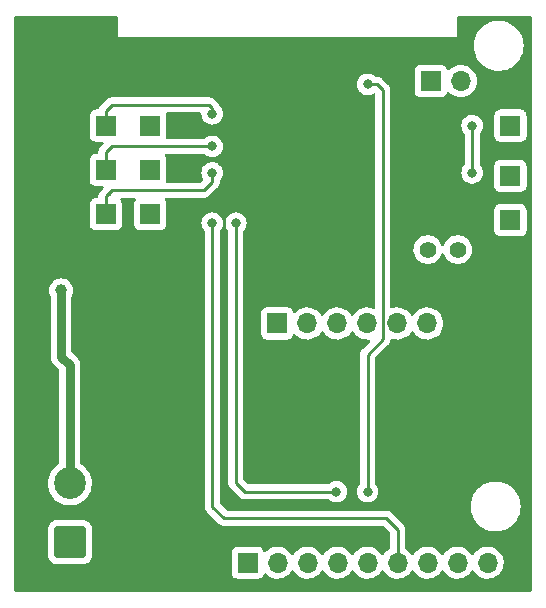
<source format=gbr>
%TF.GenerationSoftware,KiCad,Pcbnew,5.99.0-unknown-2b86b34124~125~ubuntu18.04.1*%
%TF.CreationDate,2021-04-08T16:17:32+02:00*%
%TF.ProjectId,controlAVR155,636f6e74-726f-46c4-9156-523135352e6b,rev?*%
%TF.SameCoordinates,Original*%
%TF.FileFunction,Copper,L2,Bot*%
%TF.FilePolarity,Positive*%
%FSLAX46Y46*%
G04 Gerber Fmt 4.6, Leading zero omitted, Abs format (unit mm)*
G04 Created by KiCad (PCBNEW 5.99.0-unknown-2b86b34124~125~ubuntu18.04.1) date 2021-04-08 16:17:32*
%MOMM*%
%LPD*%
G01*
G04 APERTURE LIST*
G04 Aperture macros list*
%AMRoundRect*
0 Rectangle with rounded corners*
0 $1 Rounding radius*
0 $2 $3 $4 $5 $6 $7 $8 $9 X,Y pos of 4 corners*
0 Add a 4 corners polygon primitive as box body*
4,1,4,$2,$3,$4,$5,$6,$7,$8,$9,$2,$3,0*
0 Add four circle primitives for the rounded corners*
1,1,$1+$1,$2,$3*
1,1,$1+$1,$4,$5*
1,1,$1+$1,$6,$7*
1,1,$1+$1,$8,$9*
0 Add four rect primitives between the rounded corners*
20,1,$1+$1,$2,$3,$4,$5,0*
20,1,$1+$1,$4,$5,$6,$7,0*
20,1,$1+$1,$6,$7,$8,$9,0*
20,1,$1+$1,$8,$9,$2,$3,0*%
G04 Aperture macros list end*
%TA.AperFunction,ComponentPad*%
%ADD10R,1.700000X1.700000*%
%TD*%
%TA.AperFunction,ComponentPad*%
%ADD11O,1.700000X1.700000*%
%TD*%
%TA.AperFunction,ComponentPad*%
%ADD12C,1.400000*%
%TD*%
%TA.AperFunction,ComponentPad*%
%ADD13RoundRect,0.250001X1.099999X-1.099999X1.099999X1.099999X-1.099999X1.099999X-1.099999X-1.099999X0*%
%TD*%
%TA.AperFunction,ComponentPad*%
%ADD14C,2.700000*%
%TD*%
%TA.AperFunction,ViaPad*%
%ADD15C,1.000000*%
%TD*%
%TA.AperFunction,ViaPad*%
%ADD16C,0.800000*%
%TD*%
%TA.AperFunction,Conductor*%
%ADD17C,0.750000*%
%TD*%
%TA.AperFunction,Conductor*%
%ADD18C,0.250000*%
%TD*%
G04 APERTURE END LIST*
D10*
%TO.P,J2,1,Pin_1*%
%TO.N,/AUX1*%
X113250000Y-79500000D03*
%TD*%
%TO.P,J10,1,Pin_1*%
%TO.N,/<-RX IR*%
X147500000Y-83750000D03*
%TD*%
%TO.P,J9,1,Pin_1*%
%TO.N,unconnected-(J9-Pad1)*%
X127750000Y-96250000D03*
D11*
%TO.P,J9,2,Pin_2*%
%TO.N,unconnected-(J9-Pad2)*%
X130290000Y-96250000D03*
%TO.P,J9,3,Pin_3*%
%TO.N,Mute*%
X132830000Y-96250000D03*
%TO.P,J9,4,Pin_4*%
%TO.N,unconnected-(J9-Pad4)*%
X135370000Y-96250000D03*
%TO.P,J9,5,Pin_5*%
%TO.N,unconnected-(J9-Pad5)*%
X137910000Y-96250000D03*
%TO.P,J9,6,Pin_6*%
%TO.N,unconnected-(J9-Pad6)*%
X140450000Y-96250000D03*
%TD*%
D10*
%TO.P,J3,1,Pin_1*%
%TO.N,/AUX2*%
X113250000Y-83250000D03*
%TD*%
%TO.P,J8,1,Pin_1*%
%TO.N,+5V*%
X125250000Y-116500000D03*
D11*
%TO.P,J8,2,Pin_2*%
%TO.N,unconnected-(J8-Pad2)*%
X127790000Y-116500000D03*
%TO.P,J8,3,Pin_3*%
%TO.N,GND*%
X130330000Y-116500000D03*
%TO.P,J8,4,Pin_4*%
%TO.N,WSEL*%
X132870000Y-116500000D03*
%TO.P,J8,5,Pin_5*%
%TO.N,DIN*%
X135410000Y-116500000D03*
%TO.P,J8,6,Pin_6*%
%TO.N,BCLK*%
X137950000Y-116500000D03*
%TO.P,J8,7,Pin_7*%
%TO.N,unconnected-(J8-Pad7)*%
X140490000Y-116500000D03*
%TO.P,J8,8,Pin_8*%
%TO.N,unconnected-(J8-Pad8)*%
X143030000Y-116500000D03*
%TO.P,J8,9,Pin_9*%
%TO.N,unconnected-(J8-Pad9)*%
X145570000Y-116500000D03*
%TD*%
D12*
%TO.P,JP0,1,1*%
%TO.N,Net-(C7-Pad1)*%
X140500000Y-90000000D03*
%TO.P,JP0,2,2*%
%TO.N,GND*%
X143040000Y-90000000D03*
%TD*%
D10*
%TO.P,J6,1,Pin_1*%
%TO.N,/AUX5*%
X117000000Y-87000000D03*
%TD*%
D13*
%TO.P,JP1,1,Pin_1*%
%TO.N,GND*%
X110200000Y-114777500D03*
D14*
%TO.P,JP1,2,Pin_2*%
%TO.N,+5V*%
X110200000Y-109777500D03*
%TD*%
D10*
%TO.P,J1,1,Pin_1*%
%TO.N,/ADC1_0*%
X117000000Y-79500000D03*
%TD*%
%TO.P,J11,1,Pin_1*%
%TO.N,/Out CPU->*%
X147500000Y-79500000D03*
%TD*%
%TO.P,J7,1,Pin_1*%
%TO.N,/TXD*%
X140750000Y-75725000D03*
D11*
%TO.P,J7,2,Pin_2*%
%TO.N,/RXD*%
X143290000Y-75725000D03*
%TD*%
D10*
%TO.P,J4,1,Pin_1*%
%TO.N,/AUX3*%
X117000000Y-83250000D03*
%TD*%
%TO.P,J5,1,Pin_1*%
%TO.N,/AUX4*%
X113250000Y-87000000D03*
%TD*%
%TO.P,J12,1,Pin_1*%
%TO.N,GND*%
X147500000Y-87500000D03*
%TD*%
D15*
%TO.N,+5V*%
X109450000Y-93450000D03*
D16*
%TO.N,+3V3*%
X111750000Y-92500000D03*
X140550000Y-84200000D03*
X111750000Y-94500000D03*
X107500000Y-87250000D03*
X116500000Y-74500000D03*
X109250000Y-79000000D03*
X111750000Y-93500000D03*
%TO.N,/AUX1*%
X122250000Y-78500000D03*
%TO.N,/AUX2*%
X122250000Y-81250000D03*
%TO.N,/AUX4*%
X122250000Y-83500000D03*
%TO.N,BCLK*%
X122250000Y-87750000D03*
%TO.N,DIN*%
X135400000Y-110500000D03*
X135400000Y-76005000D03*
%TO.N,WSEL*%
X132750000Y-110500000D03*
X124250000Y-87750000D03*
%TO.N,/Out CPU->*%
X144250000Y-83500000D03*
X144250000Y-79500000D03*
%TD*%
D17*
%TO.N,+5V*%
X109450000Y-93450000D02*
X109450000Y-99050000D01*
X110200000Y-99800000D02*
X110200000Y-109777500D01*
X109450000Y-99050000D02*
X110200000Y-99800000D01*
D18*
%TO.N,+3V3*%
X123250000Y-88250000D02*
X123250000Y-87250000D01*
%TO.N,/AUX1*%
X122250000Y-78000000D02*
X122000000Y-77750000D01*
X113750000Y-77750000D02*
X113250000Y-78250000D01*
X122000000Y-77750000D02*
X113750000Y-77750000D01*
X122250000Y-78500000D02*
X122250000Y-78000000D01*
X113250000Y-78250000D02*
X113250000Y-79500000D01*
%TO.N,/AUX2*%
X113250000Y-81750000D02*
X113250000Y-83250000D01*
X113750000Y-81250000D02*
X113250000Y-81750000D01*
X122250000Y-81250000D02*
X113750000Y-81250000D01*
%TO.N,/AUX4*%
X121518293Y-84981707D02*
X121268293Y-84981707D01*
X122250000Y-84250000D02*
X121518293Y-84981707D01*
X113768293Y-84981707D02*
X113250000Y-85500000D01*
X113250000Y-85500000D02*
X113250000Y-87000000D01*
X121518293Y-84981707D02*
X113768293Y-84981707D01*
X113768293Y-84981707D02*
X113500000Y-85250000D01*
X122250000Y-83500000D02*
X122250000Y-84250000D01*
%TO.N,BCLK*%
X123250000Y-112750000D02*
X124000000Y-112750000D01*
X137950000Y-116500000D02*
X137950000Y-113700000D01*
X137950000Y-113700000D02*
X137500000Y-113250000D01*
X123250000Y-112750000D02*
X137000000Y-112750000D01*
X122250000Y-87750000D02*
X122250000Y-111750000D01*
X122250000Y-111750000D02*
X123250000Y-112750000D01*
X137000000Y-112750000D02*
X137950000Y-113700000D01*
%TO.N,DIN*%
X136205000Y-76005000D02*
X136700000Y-76500000D01*
X135400000Y-76005000D02*
X136205000Y-76005000D01*
X136700000Y-97600000D02*
X135400000Y-98900000D01*
X135400000Y-98900000D02*
X135400000Y-110500000D01*
X136700000Y-76500000D02*
X136700000Y-97600000D01*
%TO.N,WSEL*%
X124250000Y-87750000D02*
X124250000Y-109750000D01*
X124250000Y-109750000D02*
X125000000Y-110500000D01*
X125000000Y-110500000D02*
X132750000Y-110500000D01*
%TO.N,/Out CPU->*%
X144250000Y-83500000D02*
X144250000Y-79500000D01*
%TD*%
%TA.AperFunction,Conductor*%
%TO.N,+3V3*%
G36*
X114192121Y-70228002D02*
G01*
X114238614Y-70281658D01*
X114250000Y-70334000D01*
X114250000Y-72000000D01*
X143000000Y-72000000D01*
X143000000Y-70334000D01*
X143020002Y-70265879D01*
X143073658Y-70219386D01*
X143126000Y-70208000D01*
X149166000Y-70208000D01*
X149234121Y-70228002D01*
X149280614Y-70281658D01*
X149292000Y-70334000D01*
X149292000Y-118866000D01*
X149271998Y-118934121D01*
X149218342Y-118980614D01*
X149166000Y-118992000D01*
X105634000Y-118992000D01*
X105565879Y-118971998D01*
X105519386Y-118918342D01*
X105508000Y-118866000D01*
X105508000Y-113621479D01*
X108341500Y-113621479D01*
X108341500Y-115920385D01*
X108356978Y-116053142D01*
X108417313Y-116219364D01*
X108421324Y-116225481D01*
X108496517Y-116340168D01*
X108514270Y-116367246D01*
X108642646Y-116488858D01*
X108795556Y-116577675D01*
X108964797Y-116628933D01*
X108971237Y-116629508D01*
X108971238Y-116629508D01*
X109041186Y-116635751D01*
X109041192Y-116635751D01*
X109043979Y-116636000D01*
X111342885Y-116636000D01*
X111438105Y-116624898D01*
X111468370Y-116621370D01*
X111468371Y-116621370D01*
X111475642Y-116620522D01*
X111641864Y-116560187D01*
X111745049Y-116492535D01*
X111783626Y-116467243D01*
X111783629Y-116467241D01*
X111789746Y-116463230D01*
X111911358Y-116334854D01*
X112000175Y-116181944D01*
X112051433Y-116012703D01*
X112058500Y-115933521D01*
X112058500Y-113634615D01*
X112043022Y-113501858D01*
X111982687Y-113335636D01*
X111931697Y-113257864D01*
X111889743Y-113193874D01*
X111889741Y-113193871D01*
X111885730Y-113187754D01*
X111757354Y-113066142D01*
X111604444Y-112977325D01*
X111435203Y-112926067D01*
X111428763Y-112925492D01*
X111428762Y-112925492D01*
X111358814Y-112919249D01*
X111358808Y-112919249D01*
X111356021Y-112919000D01*
X109057115Y-112919000D01*
X108961895Y-112930102D01*
X108931630Y-112933630D01*
X108931629Y-112933630D01*
X108924358Y-112934478D01*
X108758136Y-112994813D01*
X108686528Y-113041762D01*
X108616374Y-113087757D01*
X108616371Y-113087759D01*
X108610254Y-113091770D01*
X108488642Y-113220146D01*
X108399825Y-113373056D01*
X108348567Y-113542297D01*
X108347992Y-113548737D01*
X108347992Y-113548738D01*
X108342132Y-113614401D01*
X108341500Y-113621479D01*
X105508000Y-113621479D01*
X105508000Y-109862034D01*
X108338418Y-109862034D01*
X108338953Y-109866552D01*
X108338953Y-109866558D01*
X108359335Y-110038762D01*
X108370120Y-110129879D01*
X108371304Y-110134281D01*
X108371305Y-110134288D01*
X108394033Y-110218813D01*
X108440155Y-110390343D01*
X108547055Y-110637969D01*
X108549445Y-110641846D01*
X108549449Y-110641854D01*
X108686188Y-110863684D01*
X108688583Y-110867569D01*
X108861772Y-111074333D01*
X109062994Y-111253932D01*
X109288036Y-111402601D01*
X109357906Y-111435405D01*
X109528046Y-111515286D01*
X109528050Y-111515288D01*
X109532181Y-111517227D01*
X109790317Y-111595409D01*
X110057034Y-111635508D01*
X110061599Y-111635528D01*
X110061600Y-111635528D01*
X110188177Y-111636080D01*
X110326746Y-111636685D01*
X110593804Y-111598915D01*
X110852611Y-111522989D01*
X110985106Y-111462188D01*
X111093600Y-111412401D01*
X111093606Y-111412398D01*
X111097748Y-111410497D01*
X111101573Y-111408018D01*
X111101578Y-111408015D01*
X111320249Y-111266280D01*
X111320251Y-111266279D01*
X111324078Y-111263798D01*
X111526861Y-111085962D01*
X111640332Y-110952869D01*
X111698893Y-110884182D01*
X111698894Y-110884181D01*
X111701847Y-110880717D01*
X111845373Y-110652360D01*
X111847215Y-110648195D01*
X111847218Y-110648188D01*
X111952586Y-110409849D01*
X111952588Y-110409844D01*
X111954430Y-110405677D01*
X112026735Y-110145834D01*
X112057891Y-109900930D01*
X112060378Y-109881382D01*
X112060378Y-109881379D01*
X112060773Y-109878276D01*
X112061023Y-109869061D01*
X112063415Y-109780637D01*
X112063500Y-109777500D01*
X112043981Y-109508492D01*
X111985834Y-109245120D01*
X111921276Y-109074720D01*
X111891895Y-108997169D01*
X111891892Y-108997162D01*
X111890277Y-108992900D01*
X111759310Y-108757116D01*
X111595679Y-108542708D01*
X111402810Y-108354166D01*
X111252274Y-108244594D01*
X111188437Y-108198128D01*
X111188434Y-108198126D01*
X111184745Y-108195441D01*
X111180711Y-108193319D01*
X111180702Y-108193313D01*
X111150832Y-108177598D01*
X111099860Y-108128179D01*
X111083500Y-108066090D01*
X111083500Y-99880296D01*
X111085051Y-99860585D01*
X111086250Y-99853016D01*
X111087282Y-99846500D01*
X111083673Y-99777634D01*
X111083500Y-99771040D01*
X111083500Y-99752428D01*
X111083155Y-99749143D01*
X111083154Y-99749130D01*
X111081554Y-99733912D01*
X111081036Y-99727330D01*
X111080583Y-99718672D01*
X111077561Y-99661007D01*
X111075853Y-99654633D01*
X111075852Y-99654626D01*
X111074090Y-99648051D01*
X111070488Y-99628616D01*
X111069776Y-99621845D01*
X111069774Y-99621837D01*
X111069084Y-99615270D01*
X111048553Y-99552081D01*
X111046680Y-99545757D01*
X111031196Y-99487970D01*
X111031195Y-99487966D01*
X111029486Y-99481590D01*
X111026490Y-99475711D01*
X111026487Y-99475702D01*
X111023395Y-99469634D01*
X111015831Y-99451373D01*
X111013728Y-99444900D01*
X111013726Y-99444895D01*
X111011685Y-99438614D01*
X110978468Y-99381080D01*
X110975322Y-99375285D01*
X110948158Y-99321974D01*
X110948156Y-99321971D01*
X110945159Y-99316089D01*
X110941007Y-99310961D01*
X110941004Y-99310957D01*
X110936719Y-99305666D01*
X110925521Y-99289373D01*
X110922113Y-99283471D01*
X110918812Y-99277753D01*
X110914395Y-99272847D01*
X110914391Y-99272842D01*
X110874352Y-99228375D01*
X110870064Y-99223355D01*
X110860444Y-99211475D01*
X110858367Y-99208910D01*
X110845225Y-99195768D01*
X110840684Y-99190983D01*
X110798945Y-99144627D01*
X110798944Y-99144626D01*
X110794523Y-99139716D01*
X110782978Y-99131328D01*
X110767944Y-99118487D01*
X110370405Y-98720948D01*
X110336379Y-98658636D01*
X110333500Y-98631853D01*
X110333500Y-93970117D01*
X110349944Y-93907880D01*
X110372831Y-93867591D01*
X110375878Y-93862228D01*
X110438314Y-93674539D01*
X110463105Y-93478299D01*
X110463500Y-93450000D01*
X110444198Y-93253143D01*
X110387027Y-93063785D01*
X110294166Y-92889138D01*
X110223973Y-92803073D01*
X110173045Y-92740628D01*
X110173042Y-92740625D01*
X110169150Y-92735853D01*
X110164401Y-92731924D01*
X110021491Y-92613698D01*
X110021486Y-92613695D01*
X110016742Y-92609770D01*
X110011323Y-92606840D01*
X110011320Y-92606838D01*
X109848165Y-92518621D01*
X109848161Y-92518619D01*
X109842747Y-92515692D01*
X109836867Y-92513872D01*
X109836865Y-92513871D01*
X109787317Y-92498533D01*
X109653792Y-92457200D01*
X109647674Y-92456557D01*
X109647669Y-92456556D01*
X109463205Y-92437169D01*
X109463203Y-92437169D01*
X109457076Y-92436525D01*
X109374226Y-92444065D01*
X109266228Y-92453893D01*
X109266225Y-92453894D01*
X109260089Y-92454452D01*
X109254183Y-92456190D01*
X109254179Y-92456191D01*
X109112779Y-92497808D01*
X109070336Y-92510299D01*
X108895045Y-92601939D01*
X108740891Y-92725882D01*
X108736933Y-92730599D01*
X108736931Y-92730601D01*
X108653347Y-92830213D01*
X108613747Y-92877406D01*
X108610783Y-92882798D01*
X108610780Y-92882802D01*
X108533031Y-93024227D01*
X108518456Y-93050740D01*
X108458647Y-93239282D01*
X108436599Y-93435849D01*
X108453150Y-93632956D01*
X108507672Y-93823094D01*
X108510490Y-93828577D01*
X108552566Y-93910448D01*
X108566500Y-93968042D01*
X108566500Y-98969697D01*
X108564949Y-98989408D01*
X108562717Y-99003500D01*
X108563062Y-99010087D01*
X108563062Y-99010091D01*
X108566327Y-99072377D01*
X108566500Y-99078972D01*
X108566500Y-99097572D01*
X108566844Y-99100843D01*
X108566844Y-99100846D01*
X108568445Y-99116081D01*
X108568962Y-99122655D01*
X108571046Y-99162404D01*
X108572439Y-99188992D01*
X108574147Y-99195366D01*
X108574148Y-99195373D01*
X108575911Y-99201952D01*
X108579512Y-99221383D01*
X108580224Y-99228157D01*
X108580226Y-99228167D01*
X108580916Y-99234730D01*
X108601450Y-99297928D01*
X108603317Y-99304229D01*
X108620514Y-99368409D01*
X108623508Y-99374285D01*
X108623509Y-99374288D01*
X108626604Y-99380363D01*
X108634165Y-99398618D01*
X108636273Y-99405104D01*
X108636276Y-99405110D01*
X108638315Y-99411386D01*
X108661402Y-99451373D01*
X108671538Y-99468930D01*
X108674685Y-99474726D01*
X108704841Y-99533911D01*
X108708996Y-99539042D01*
X108713281Y-99544334D01*
X108724478Y-99560626D01*
X108731188Y-99572247D01*
X108735605Y-99577153D01*
X108735609Y-99577158D01*
X108775648Y-99621625D01*
X108779934Y-99626642D01*
X108791633Y-99641090D01*
X108804775Y-99654232D01*
X108809316Y-99659017D01*
X108855477Y-99710284D01*
X108860822Y-99714167D01*
X108867022Y-99718672D01*
X108882056Y-99731513D01*
X109279595Y-100129052D01*
X109313621Y-100191364D01*
X109316500Y-100218147D01*
X109316500Y-108068799D01*
X109296498Y-108136920D01*
X109254166Y-108177530D01*
X109144502Y-108241741D01*
X108933861Y-108410194D01*
X108749744Y-108607291D01*
X108747145Y-108611038D01*
X108598610Y-108825148D01*
X108598607Y-108825153D01*
X108596007Y-108828901D01*
X108475872Y-109070383D01*
X108474451Y-109074717D01*
X108474450Y-109074720D01*
X108417130Y-109249576D01*
X108391854Y-109326679D01*
X108345714Y-109592418D01*
X108343076Y-109689911D01*
X108339943Y-109805695D01*
X108338418Y-109862034D01*
X105508000Y-109862034D01*
X105508000Y-78650000D01*
X111886500Y-78650000D01*
X111886500Y-80350000D01*
X111891727Y-80423079D01*
X111932904Y-80563316D01*
X111943119Y-80579211D01*
X112007051Y-80678691D01*
X112007053Y-80678694D01*
X112011923Y-80686271D01*
X112018733Y-80692172D01*
X112115569Y-80776082D01*
X112115572Y-80776084D01*
X112122381Y-80781984D01*
X112255330Y-80842700D01*
X112264245Y-80843982D01*
X112264246Y-80843982D01*
X112395552Y-80862861D01*
X112395559Y-80862862D01*
X112400000Y-80863500D01*
X112936406Y-80863500D01*
X113004527Y-80883502D01*
X113051020Y-80937158D01*
X113061124Y-81007432D01*
X113031630Y-81072012D01*
X113025501Y-81078595D01*
X112857487Y-81246609D01*
X112849399Y-81253969D01*
X112843005Y-81258027D01*
X112837580Y-81263804D01*
X112797131Y-81306878D01*
X112794376Y-81309720D01*
X112774062Y-81330034D01*
X112771417Y-81333445D01*
X112763713Y-81342465D01*
X112733443Y-81374699D01*
X112729626Y-81381643D01*
X112729624Y-81381645D01*
X112723682Y-81392453D01*
X112712828Y-81408977D01*
X112700417Y-81424977D01*
X112697270Y-81432248D01*
X112697270Y-81432249D01*
X112682859Y-81465551D01*
X112677638Y-81476207D01*
X112656338Y-81514952D01*
X112654366Y-81522635D01*
X112654365Y-81522636D01*
X112651301Y-81534568D01*
X112644897Y-81553272D01*
X112640001Y-81564585D01*
X112639999Y-81564592D01*
X112636852Y-81571864D01*
X112635613Y-81579688D01*
X112635612Y-81579691D01*
X112629935Y-81615535D01*
X112627528Y-81627156D01*
X112618013Y-81664218D01*
X112616535Y-81669975D01*
X112616500Y-81670531D01*
X112616500Y-81690452D01*
X112614949Y-81710162D01*
X112611816Y-81729944D01*
X112612562Y-81737837D01*
X112612562Y-81737840D01*
X112613583Y-81748646D01*
X112600079Y-81818346D01*
X112551035Y-81869681D01*
X112488142Y-81886500D01*
X112400000Y-81886500D01*
X112326921Y-81891727D01*
X112273884Y-81907300D01*
X112195330Y-81930365D01*
X112195328Y-81930366D01*
X112186684Y-81932904D01*
X112179105Y-81937775D01*
X112071309Y-82007051D01*
X112071306Y-82007053D01*
X112063729Y-82011923D01*
X112057828Y-82018733D01*
X111973918Y-82115569D01*
X111973916Y-82115572D01*
X111968016Y-82122381D01*
X111907300Y-82255330D01*
X111906018Y-82264245D01*
X111906018Y-82264246D01*
X111887139Y-82395552D01*
X111887138Y-82395559D01*
X111886500Y-82400000D01*
X111886500Y-84100000D01*
X111891727Y-84173079D01*
X111900887Y-84204276D01*
X111928886Y-84299631D01*
X111932904Y-84313316D01*
X111937775Y-84320895D01*
X112007051Y-84428691D01*
X112007053Y-84428694D01*
X112011923Y-84436271D01*
X112018733Y-84442172D01*
X112115569Y-84526082D01*
X112115572Y-84526084D01*
X112122381Y-84531984D01*
X112130579Y-84535728D01*
X112200700Y-84567751D01*
X112255330Y-84592700D01*
X112264245Y-84593982D01*
X112264246Y-84593982D01*
X112395552Y-84612861D01*
X112395559Y-84612862D01*
X112400000Y-84613500D01*
X112936406Y-84613500D01*
X113004527Y-84633502D01*
X113051020Y-84687158D01*
X113061124Y-84757432D01*
X113031630Y-84822012D01*
X113025501Y-84828595D01*
X112857487Y-84996609D01*
X112849399Y-85003969D01*
X112843005Y-85008027D01*
X112837580Y-85013804D01*
X112797131Y-85056878D01*
X112794376Y-85059720D01*
X112774062Y-85080034D01*
X112771417Y-85083445D01*
X112763713Y-85092465D01*
X112733443Y-85124699D01*
X112729626Y-85131643D01*
X112729624Y-85131645D01*
X112723682Y-85142453D01*
X112712828Y-85158977D01*
X112700417Y-85174977D01*
X112697270Y-85182248D01*
X112697270Y-85182249D01*
X112682859Y-85215551D01*
X112677638Y-85226207D01*
X112656338Y-85264952D01*
X112654366Y-85272635D01*
X112654365Y-85272636D01*
X112651301Y-85284568D01*
X112644897Y-85303272D01*
X112640001Y-85314585D01*
X112639999Y-85314592D01*
X112636852Y-85321864D01*
X112635613Y-85329688D01*
X112635612Y-85329691D01*
X112629935Y-85365535D01*
X112627528Y-85377156D01*
X112618230Y-85413372D01*
X112616535Y-85419975D01*
X112616500Y-85420531D01*
X112616500Y-85440452D01*
X112614949Y-85460162D01*
X112611816Y-85479944D01*
X112612562Y-85487837D01*
X112612562Y-85487840D01*
X112613583Y-85498646D01*
X112600079Y-85568346D01*
X112551035Y-85619681D01*
X112488142Y-85636500D01*
X112400000Y-85636500D01*
X112326921Y-85641727D01*
X112273884Y-85657300D01*
X112195330Y-85680365D01*
X112195328Y-85680366D01*
X112186684Y-85682904D01*
X112179105Y-85687775D01*
X112071309Y-85757051D01*
X112071306Y-85757053D01*
X112063729Y-85761923D01*
X112057828Y-85768733D01*
X111973918Y-85865569D01*
X111973916Y-85865572D01*
X111968016Y-85872381D01*
X111907300Y-86005330D01*
X111906018Y-86014245D01*
X111906018Y-86014246D01*
X111887139Y-86145552D01*
X111887138Y-86145559D01*
X111886500Y-86150000D01*
X111886500Y-87850000D01*
X111891727Y-87923079D01*
X111932904Y-88063316D01*
X111937775Y-88070895D01*
X112007051Y-88178691D01*
X112007053Y-88178694D01*
X112011923Y-88186271D01*
X112018733Y-88192172D01*
X112115569Y-88276082D01*
X112115572Y-88276084D01*
X112122381Y-88281984D01*
X112255330Y-88342700D01*
X112264245Y-88343982D01*
X112264246Y-88343982D01*
X112395552Y-88362861D01*
X112395559Y-88362862D01*
X112400000Y-88363500D01*
X114100000Y-88363500D01*
X114173079Y-88358273D01*
X114251165Y-88335345D01*
X114304670Y-88319635D01*
X114304672Y-88319634D01*
X114313316Y-88317096D01*
X114367951Y-88281984D01*
X114428691Y-88242949D01*
X114428694Y-88242947D01*
X114436271Y-88238077D01*
X114476048Y-88192172D01*
X114526082Y-88134431D01*
X114526084Y-88134428D01*
X114531984Y-88127619D01*
X114592700Y-87994670D01*
X114600571Y-87939927D01*
X114612861Y-87854448D01*
X114612862Y-87854441D01*
X114613500Y-87850000D01*
X114613500Y-86150000D01*
X114608273Y-86076921D01*
X114567096Y-85936684D01*
X114488077Y-85813729D01*
X114489931Y-85812537D01*
X114465545Y-85759147D01*
X114475644Y-85688872D01*
X114522133Y-85635214D01*
X114590261Y-85615207D01*
X115664957Y-85615207D01*
X115733078Y-85635209D01*
X115779571Y-85688865D01*
X115789675Y-85759139D01*
X115760181Y-85823719D01*
X115723921Y-85865565D01*
X115723918Y-85865570D01*
X115718016Y-85872381D01*
X115657300Y-86005330D01*
X115656018Y-86014245D01*
X115656018Y-86014246D01*
X115637139Y-86145552D01*
X115637138Y-86145559D01*
X115636500Y-86150000D01*
X115636500Y-87850000D01*
X115641727Y-87923079D01*
X115682904Y-88063316D01*
X115687775Y-88070895D01*
X115757051Y-88178691D01*
X115757053Y-88178694D01*
X115761923Y-88186271D01*
X115768733Y-88192172D01*
X115865569Y-88276082D01*
X115865572Y-88276084D01*
X115872381Y-88281984D01*
X116005330Y-88342700D01*
X116014245Y-88343982D01*
X116014246Y-88343982D01*
X116145552Y-88362861D01*
X116145559Y-88362862D01*
X116150000Y-88363500D01*
X117850000Y-88363500D01*
X117923079Y-88358273D01*
X118001165Y-88335345D01*
X118054670Y-88319635D01*
X118054672Y-88319634D01*
X118063316Y-88317096D01*
X118117951Y-88281984D01*
X118178691Y-88242949D01*
X118178694Y-88242947D01*
X118186271Y-88238077D01*
X118226048Y-88192172D01*
X118276082Y-88134431D01*
X118276084Y-88134428D01*
X118281984Y-88127619D01*
X118342700Y-87994670D01*
X118350571Y-87939927D01*
X118362861Y-87854448D01*
X118362862Y-87854441D01*
X118363500Y-87850000D01*
X118363500Y-87750000D01*
X121336500Y-87750000D01*
X121337190Y-87756565D01*
X121354628Y-87922473D01*
X121356462Y-87939927D01*
X121415476Y-88121554D01*
X121418779Y-88127276D01*
X121418780Y-88127277D01*
X121448464Y-88178691D01*
X121510963Y-88286942D01*
X121515381Y-88291849D01*
X121515382Y-88291850D01*
X121584136Y-88368209D01*
X121614854Y-88432216D01*
X121616500Y-88452519D01*
X121616500Y-111671616D01*
X121615986Y-111682520D01*
X121614334Y-111689911D01*
X121614583Y-111697837D01*
X121614583Y-111697838D01*
X121616438Y-111756866D01*
X121616500Y-111760823D01*
X121616500Y-111789578D01*
X121616996Y-111793503D01*
X121616996Y-111793504D01*
X121617039Y-111793843D01*
X121617972Y-111805687D01*
X121619361Y-111849883D01*
X121621573Y-111857495D01*
X121625012Y-111869333D01*
X121629022Y-111888695D01*
X121631560Y-111908788D01*
X121634476Y-111916153D01*
X121634477Y-111916157D01*
X121647837Y-111949901D01*
X121651681Y-111961128D01*
X121664014Y-112003578D01*
X121668052Y-112010406D01*
X121674323Y-112021011D01*
X121683019Y-112038762D01*
X121687558Y-112050226D01*
X121690478Y-112057600D01*
X121707206Y-112080624D01*
X121716465Y-112093367D01*
X121722983Y-112103290D01*
X121745486Y-112141341D01*
X121745855Y-112141759D01*
X121759938Y-112155842D01*
X121772772Y-112170867D01*
X121784554Y-112187083D01*
X121818335Y-112215029D01*
X121827115Y-112223019D01*
X122746609Y-113142513D01*
X122753969Y-113150601D01*
X122758027Y-113156995D01*
X122763804Y-113162420D01*
X122806878Y-113202869D01*
X122809720Y-113205624D01*
X122830034Y-113225938D01*
X122833445Y-113228583D01*
X122842465Y-113236287D01*
X122874699Y-113266557D01*
X122881643Y-113270374D01*
X122881645Y-113270376D01*
X122892453Y-113276318D01*
X122908977Y-113287172D01*
X122918711Y-113294723D01*
X122918713Y-113294724D01*
X122924977Y-113299583D01*
X122965561Y-113317146D01*
X122976190Y-113322353D01*
X123014952Y-113343662D01*
X123034578Y-113348701D01*
X123053271Y-113355102D01*
X123071865Y-113363148D01*
X123112511Y-113369586D01*
X123115531Y-113370064D01*
X123127154Y-113372471D01*
X123169975Y-113383465D01*
X123170531Y-113383500D01*
X123190447Y-113383500D01*
X123210157Y-113385051D01*
X123229945Y-113388185D01*
X123237837Y-113387439D01*
X123273593Y-113384059D01*
X123285451Y-113383500D01*
X136685406Y-113383500D01*
X136753527Y-113403502D01*
X136774501Y-113420405D01*
X137279595Y-113925499D01*
X137313621Y-113987811D01*
X137316500Y-114014594D01*
X137316500Y-115224302D01*
X137296498Y-115292423D01*
X137255867Y-115332020D01*
X137146631Y-115398306D01*
X137142601Y-115401803D01*
X137016406Y-115511309D01*
X136972492Y-115549415D01*
X136969109Y-115553541D01*
X136969105Y-115553545D01*
X136934545Y-115595695D01*
X136826304Y-115727705D01*
X136823667Y-115732338D01*
X136823666Y-115732339D01*
X136790116Y-115791278D01*
X136739033Y-115840584D01*
X136669402Y-115854445D01*
X136603332Y-115828461D01*
X136576094Y-115799312D01*
X136570686Y-115791278D01*
X136478599Y-115654496D01*
X136475607Y-115650052D01*
X136475605Y-115650050D01*
X136472627Y-115645626D01*
X136313482Y-115478799D01*
X136128504Y-115341171D01*
X136123753Y-115338755D01*
X136123749Y-115338753D01*
X135927740Y-115239097D01*
X135927739Y-115239097D01*
X135922982Y-115236678D01*
X135782033Y-115192912D01*
X135707895Y-115169891D01*
X135707889Y-115169890D01*
X135702792Y-115168307D01*
X135597798Y-115154391D01*
X135479515Y-115138714D01*
X135479510Y-115138714D01*
X135474230Y-115138014D01*
X135468900Y-115138214D01*
X135468899Y-115138214D01*
X135375320Y-115141727D01*
X135243831Y-115146663D01*
X135199246Y-115156018D01*
X135023411Y-115192912D01*
X135023408Y-115192913D01*
X135018184Y-115194009D01*
X134803740Y-115278697D01*
X134606631Y-115398306D01*
X134602601Y-115401803D01*
X134476406Y-115511309D01*
X134432492Y-115549415D01*
X134429109Y-115553541D01*
X134429105Y-115553545D01*
X134394545Y-115595695D01*
X134286304Y-115727705D01*
X134283667Y-115732338D01*
X134283666Y-115732339D01*
X134250116Y-115791278D01*
X134199033Y-115840584D01*
X134129402Y-115854445D01*
X134063332Y-115828461D01*
X134036094Y-115799312D01*
X134030686Y-115791278D01*
X133938599Y-115654496D01*
X133935607Y-115650052D01*
X133935605Y-115650050D01*
X133932627Y-115645626D01*
X133773482Y-115478799D01*
X133588504Y-115341171D01*
X133583753Y-115338755D01*
X133583749Y-115338753D01*
X133387740Y-115239097D01*
X133387739Y-115239097D01*
X133382982Y-115236678D01*
X133242033Y-115192912D01*
X133167895Y-115169891D01*
X133167889Y-115169890D01*
X133162792Y-115168307D01*
X133057798Y-115154391D01*
X132939515Y-115138714D01*
X132939510Y-115138714D01*
X132934230Y-115138014D01*
X132928900Y-115138214D01*
X132928899Y-115138214D01*
X132835320Y-115141727D01*
X132703831Y-115146663D01*
X132659246Y-115156018D01*
X132483411Y-115192912D01*
X132483408Y-115192913D01*
X132478184Y-115194009D01*
X132263740Y-115278697D01*
X132066631Y-115398306D01*
X132062601Y-115401803D01*
X131936406Y-115511309D01*
X131892492Y-115549415D01*
X131889109Y-115553541D01*
X131889105Y-115553545D01*
X131854545Y-115595695D01*
X131746304Y-115727705D01*
X131743667Y-115732338D01*
X131743666Y-115732339D01*
X131710116Y-115791278D01*
X131659033Y-115840584D01*
X131589402Y-115854445D01*
X131523332Y-115828461D01*
X131496094Y-115799312D01*
X131490686Y-115791278D01*
X131398599Y-115654496D01*
X131395607Y-115650052D01*
X131395605Y-115650050D01*
X131392627Y-115645626D01*
X131233482Y-115478799D01*
X131048504Y-115341171D01*
X131043753Y-115338755D01*
X131043749Y-115338753D01*
X130847740Y-115239097D01*
X130847739Y-115239097D01*
X130842982Y-115236678D01*
X130702033Y-115192912D01*
X130627895Y-115169891D01*
X130627889Y-115169890D01*
X130622792Y-115168307D01*
X130517798Y-115154391D01*
X130399515Y-115138714D01*
X130399510Y-115138714D01*
X130394230Y-115138014D01*
X130388900Y-115138214D01*
X130388899Y-115138214D01*
X130295320Y-115141727D01*
X130163831Y-115146663D01*
X130119246Y-115156018D01*
X129943411Y-115192912D01*
X129943408Y-115192913D01*
X129938184Y-115194009D01*
X129723740Y-115278697D01*
X129526631Y-115398306D01*
X129522601Y-115401803D01*
X129396406Y-115511309D01*
X129352492Y-115549415D01*
X129349109Y-115553541D01*
X129349105Y-115553545D01*
X129314545Y-115595695D01*
X129206304Y-115727705D01*
X129203667Y-115732338D01*
X129203666Y-115732339D01*
X129170116Y-115791278D01*
X129119033Y-115840584D01*
X129049402Y-115854445D01*
X128983332Y-115828461D01*
X128956094Y-115799312D01*
X128950686Y-115791278D01*
X128858599Y-115654496D01*
X128855607Y-115650052D01*
X128855605Y-115650050D01*
X128852627Y-115645626D01*
X128693482Y-115478799D01*
X128508504Y-115341171D01*
X128503753Y-115338755D01*
X128503749Y-115338753D01*
X128307740Y-115239097D01*
X128307739Y-115239097D01*
X128302982Y-115236678D01*
X128162033Y-115192912D01*
X128087895Y-115169891D01*
X128087889Y-115169890D01*
X128082792Y-115168307D01*
X127977798Y-115154391D01*
X127859515Y-115138714D01*
X127859510Y-115138714D01*
X127854230Y-115138014D01*
X127848900Y-115138214D01*
X127848899Y-115138214D01*
X127755320Y-115141727D01*
X127623831Y-115146663D01*
X127579246Y-115156018D01*
X127403411Y-115192912D01*
X127403408Y-115192913D01*
X127398184Y-115194009D01*
X127183740Y-115278697D01*
X126986631Y-115398306D01*
X126982601Y-115401803D01*
X126856406Y-115511309D01*
X126812492Y-115549415D01*
X126807339Y-115555700D01*
X126806364Y-115556365D01*
X126805390Y-115557366D01*
X126805186Y-115557168D01*
X126748681Y-115595695D01*
X126677710Y-115597628D01*
X126616961Y-115560885D01*
X126589008Y-115511309D01*
X126569634Y-115445329D01*
X126567096Y-115436684D01*
X126505713Y-115341171D01*
X126492949Y-115321309D01*
X126492947Y-115321306D01*
X126488077Y-115313729D01*
X126445384Y-115276735D01*
X126384431Y-115223918D01*
X126384428Y-115223916D01*
X126377619Y-115218016D01*
X126295175Y-115180365D01*
X126252864Y-115161042D01*
X126252863Y-115161042D01*
X126244670Y-115157300D01*
X126235755Y-115156018D01*
X126235754Y-115156018D01*
X126104448Y-115137139D01*
X126104441Y-115137138D01*
X126100000Y-115136500D01*
X124400000Y-115136500D01*
X124326921Y-115141727D01*
X124273884Y-115157300D01*
X124195330Y-115180365D01*
X124195328Y-115180366D01*
X124186684Y-115182904D01*
X124166350Y-115195972D01*
X124071309Y-115257051D01*
X124071306Y-115257053D01*
X124063729Y-115261923D01*
X124057828Y-115268733D01*
X123973918Y-115365569D01*
X123973916Y-115365572D01*
X123968016Y-115372381D01*
X123907300Y-115505330D01*
X123906018Y-115514245D01*
X123906018Y-115514246D01*
X123887139Y-115645552D01*
X123887138Y-115645559D01*
X123886500Y-115650000D01*
X123886500Y-117350000D01*
X123891727Y-117423079D01*
X123932904Y-117563316D01*
X123937775Y-117570895D01*
X124007051Y-117678691D01*
X124007053Y-117678694D01*
X124011923Y-117686271D01*
X124018733Y-117692172D01*
X124115569Y-117776082D01*
X124115572Y-117776084D01*
X124122381Y-117781984D01*
X124130579Y-117785728D01*
X124242998Y-117837068D01*
X124255330Y-117842700D01*
X124264245Y-117843982D01*
X124264246Y-117843982D01*
X124395552Y-117862861D01*
X124395559Y-117862862D01*
X124400000Y-117863500D01*
X126100000Y-117863500D01*
X126173079Y-117858273D01*
X126251165Y-117835345D01*
X126304670Y-117819635D01*
X126304672Y-117819634D01*
X126313316Y-117817096D01*
X126379721Y-117774420D01*
X126428691Y-117742949D01*
X126428694Y-117742947D01*
X126436271Y-117738077D01*
X126461086Y-117709439D01*
X126526082Y-117634431D01*
X126526084Y-117634428D01*
X126531984Y-117627619D01*
X126592700Y-117494670D01*
X126593320Y-117490360D01*
X126630432Y-117432610D01*
X126695012Y-117403117D01*
X126765286Y-117413220D01*
X126797335Y-117434270D01*
X126965629Y-117586069D01*
X127160406Y-117709439D01*
X127373184Y-117798228D01*
X127378387Y-117799425D01*
X127378392Y-117799426D01*
X127592678Y-117848701D01*
X127592683Y-117848702D01*
X127597881Y-117849897D01*
X127603209Y-117850200D01*
X127603212Y-117850200D01*
X127753877Y-117858755D01*
X127828071Y-117862968D01*
X127833378Y-117862368D01*
X127833380Y-117862368D01*
X128007354Y-117842700D01*
X128057173Y-117837068D01*
X128062288Y-117835587D01*
X128062292Y-117835586D01*
X128191298Y-117798228D01*
X128278635Y-117772937D01*
X128486125Y-117672409D01*
X128490463Y-117669309D01*
X128490468Y-117669306D01*
X128669370Y-117541459D01*
X128673711Y-117538357D01*
X128836030Y-117374617D01*
X128839090Y-117370255D01*
X128839095Y-117370249D01*
X128957634Y-117201271D01*
X129013130Y-117156990D01*
X129083755Y-117149743D01*
X129147088Y-117181829D01*
X129171461Y-117213410D01*
X129191685Y-117250580D01*
X129334424Y-117431644D01*
X129338389Y-117435220D01*
X129501659Y-117582489D01*
X129501665Y-117582494D01*
X129505629Y-117586069D01*
X129700406Y-117709439D01*
X129913184Y-117798228D01*
X129918387Y-117799425D01*
X129918392Y-117799426D01*
X130132678Y-117848701D01*
X130132683Y-117848702D01*
X130137881Y-117849897D01*
X130143209Y-117850200D01*
X130143212Y-117850200D01*
X130293877Y-117858755D01*
X130368071Y-117862968D01*
X130373378Y-117862368D01*
X130373380Y-117862368D01*
X130547354Y-117842700D01*
X130597173Y-117837068D01*
X130602288Y-117835587D01*
X130602292Y-117835586D01*
X130731298Y-117798228D01*
X130818635Y-117772937D01*
X131026125Y-117672409D01*
X131030463Y-117669309D01*
X131030468Y-117669306D01*
X131209370Y-117541459D01*
X131213711Y-117538357D01*
X131376030Y-117374617D01*
X131379090Y-117370255D01*
X131379095Y-117370249D01*
X131497634Y-117201271D01*
X131553130Y-117156990D01*
X131623755Y-117149743D01*
X131687088Y-117181829D01*
X131711461Y-117213410D01*
X131731685Y-117250580D01*
X131874424Y-117431644D01*
X131878389Y-117435220D01*
X132041659Y-117582489D01*
X132041665Y-117582494D01*
X132045629Y-117586069D01*
X132240406Y-117709439D01*
X132453184Y-117798228D01*
X132458387Y-117799425D01*
X132458392Y-117799426D01*
X132672678Y-117848701D01*
X132672683Y-117848702D01*
X132677881Y-117849897D01*
X132683209Y-117850200D01*
X132683212Y-117850200D01*
X132833877Y-117858755D01*
X132908071Y-117862968D01*
X132913378Y-117862368D01*
X132913380Y-117862368D01*
X133087354Y-117842700D01*
X133137173Y-117837068D01*
X133142288Y-117835587D01*
X133142292Y-117835586D01*
X133271298Y-117798228D01*
X133358635Y-117772937D01*
X133566125Y-117672409D01*
X133570463Y-117669309D01*
X133570468Y-117669306D01*
X133749370Y-117541459D01*
X133753711Y-117538357D01*
X133916030Y-117374617D01*
X133919090Y-117370255D01*
X133919095Y-117370249D01*
X134037634Y-117201271D01*
X134093130Y-117156990D01*
X134163755Y-117149743D01*
X134227088Y-117181829D01*
X134251461Y-117213410D01*
X134271685Y-117250580D01*
X134414424Y-117431644D01*
X134418389Y-117435220D01*
X134581659Y-117582489D01*
X134581665Y-117582494D01*
X134585629Y-117586069D01*
X134780406Y-117709439D01*
X134993184Y-117798228D01*
X134998387Y-117799425D01*
X134998392Y-117799426D01*
X135212678Y-117848701D01*
X135212683Y-117848702D01*
X135217881Y-117849897D01*
X135223209Y-117850200D01*
X135223212Y-117850200D01*
X135373877Y-117858755D01*
X135448071Y-117862968D01*
X135453378Y-117862368D01*
X135453380Y-117862368D01*
X135627354Y-117842700D01*
X135677173Y-117837068D01*
X135682288Y-117835587D01*
X135682292Y-117835586D01*
X135811298Y-117798228D01*
X135898635Y-117772937D01*
X136106125Y-117672409D01*
X136110463Y-117669309D01*
X136110468Y-117669306D01*
X136289370Y-117541459D01*
X136293711Y-117538357D01*
X136456030Y-117374617D01*
X136459090Y-117370255D01*
X136459095Y-117370249D01*
X136577634Y-117201271D01*
X136633130Y-117156990D01*
X136703755Y-117149743D01*
X136767088Y-117181829D01*
X136791461Y-117213410D01*
X136811685Y-117250580D01*
X136954424Y-117431644D01*
X136958389Y-117435220D01*
X137121659Y-117582489D01*
X137121665Y-117582494D01*
X137125629Y-117586069D01*
X137320406Y-117709439D01*
X137533184Y-117798228D01*
X137538387Y-117799425D01*
X137538392Y-117799426D01*
X137752678Y-117848701D01*
X137752683Y-117848702D01*
X137757881Y-117849897D01*
X137763209Y-117850200D01*
X137763212Y-117850200D01*
X137913877Y-117858755D01*
X137988071Y-117862968D01*
X137993378Y-117862368D01*
X137993380Y-117862368D01*
X138167354Y-117842700D01*
X138217173Y-117837068D01*
X138222288Y-117835587D01*
X138222292Y-117835586D01*
X138351298Y-117798228D01*
X138438635Y-117772937D01*
X138646125Y-117672409D01*
X138650463Y-117669309D01*
X138650468Y-117669306D01*
X138829370Y-117541459D01*
X138833711Y-117538357D01*
X138996030Y-117374617D01*
X138999090Y-117370255D01*
X138999095Y-117370249D01*
X139117634Y-117201271D01*
X139173130Y-117156990D01*
X139243755Y-117149743D01*
X139307088Y-117181829D01*
X139331461Y-117213410D01*
X139351685Y-117250580D01*
X139494424Y-117431644D01*
X139498389Y-117435220D01*
X139661659Y-117582489D01*
X139661665Y-117582494D01*
X139665629Y-117586069D01*
X139860406Y-117709439D01*
X140073184Y-117798228D01*
X140078387Y-117799425D01*
X140078392Y-117799426D01*
X140292678Y-117848701D01*
X140292683Y-117848702D01*
X140297881Y-117849897D01*
X140303209Y-117850200D01*
X140303212Y-117850200D01*
X140453877Y-117858755D01*
X140528071Y-117862968D01*
X140533378Y-117862368D01*
X140533380Y-117862368D01*
X140707354Y-117842700D01*
X140757173Y-117837068D01*
X140762288Y-117835587D01*
X140762292Y-117835586D01*
X140891298Y-117798228D01*
X140978635Y-117772937D01*
X141186125Y-117672409D01*
X141190463Y-117669309D01*
X141190468Y-117669306D01*
X141369370Y-117541459D01*
X141373711Y-117538357D01*
X141536030Y-117374617D01*
X141539090Y-117370255D01*
X141539095Y-117370249D01*
X141657634Y-117201271D01*
X141713130Y-117156990D01*
X141783755Y-117149743D01*
X141847088Y-117181829D01*
X141871461Y-117213410D01*
X141891685Y-117250580D01*
X142034424Y-117431644D01*
X142038389Y-117435220D01*
X142201659Y-117582489D01*
X142201665Y-117582494D01*
X142205629Y-117586069D01*
X142400406Y-117709439D01*
X142613184Y-117798228D01*
X142618387Y-117799425D01*
X142618392Y-117799426D01*
X142832678Y-117848701D01*
X142832683Y-117848702D01*
X142837881Y-117849897D01*
X142843209Y-117850200D01*
X142843212Y-117850200D01*
X142993877Y-117858755D01*
X143068071Y-117862968D01*
X143073378Y-117862368D01*
X143073380Y-117862368D01*
X143247354Y-117842700D01*
X143297173Y-117837068D01*
X143302288Y-117835587D01*
X143302292Y-117835586D01*
X143431298Y-117798228D01*
X143518635Y-117772937D01*
X143726125Y-117672409D01*
X143730463Y-117669309D01*
X143730468Y-117669306D01*
X143909370Y-117541459D01*
X143913711Y-117538357D01*
X144076030Y-117374617D01*
X144079090Y-117370255D01*
X144079095Y-117370249D01*
X144197634Y-117201271D01*
X144253130Y-117156990D01*
X144323755Y-117149743D01*
X144387088Y-117181829D01*
X144411461Y-117213410D01*
X144431685Y-117250580D01*
X144574424Y-117431644D01*
X144578389Y-117435220D01*
X144741659Y-117582489D01*
X144741665Y-117582494D01*
X144745629Y-117586069D01*
X144940406Y-117709439D01*
X145153184Y-117798228D01*
X145158387Y-117799425D01*
X145158392Y-117799426D01*
X145372678Y-117848701D01*
X145372683Y-117848702D01*
X145377881Y-117849897D01*
X145383209Y-117850200D01*
X145383212Y-117850200D01*
X145533877Y-117858755D01*
X145608071Y-117862968D01*
X145613378Y-117862368D01*
X145613380Y-117862368D01*
X145787354Y-117842700D01*
X145837173Y-117837068D01*
X145842288Y-117835587D01*
X145842292Y-117835586D01*
X145971298Y-117798228D01*
X146058635Y-117772937D01*
X146266125Y-117672409D01*
X146270463Y-117669309D01*
X146270468Y-117669306D01*
X146449370Y-117541459D01*
X146453711Y-117538357D01*
X146616030Y-117374617D01*
X146706330Y-117245895D01*
X146745375Y-117190236D01*
X146745376Y-117190234D01*
X146748439Y-117185868D01*
X146847153Y-116977508D01*
X146909349Y-116755494D01*
X146933249Y-116526176D01*
X146933500Y-116500000D01*
X146932555Y-116488858D01*
X146914458Y-116275576D01*
X146914457Y-116275572D01*
X146914007Y-116270265D01*
X146902384Y-116225481D01*
X146857426Y-116052269D01*
X146856084Y-116047098D01*
X146761388Y-115836882D01*
X146750338Y-115820468D01*
X146730686Y-115791278D01*
X146632627Y-115645626D01*
X146473482Y-115478799D01*
X146288504Y-115341171D01*
X146283753Y-115338755D01*
X146283749Y-115338753D01*
X146087740Y-115239097D01*
X146087739Y-115239097D01*
X146082982Y-115236678D01*
X145942033Y-115192912D01*
X145867895Y-115169891D01*
X145867889Y-115169890D01*
X145862792Y-115168307D01*
X145757798Y-115154391D01*
X145639515Y-115138714D01*
X145639510Y-115138714D01*
X145634230Y-115138014D01*
X145628900Y-115138214D01*
X145628899Y-115138214D01*
X145535320Y-115141727D01*
X145403831Y-115146663D01*
X145359246Y-115156018D01*
X145183411Y-115192912D01*
X145183408Y-115192913D01*
X145178184Y-115194009D01*
X144963740Y-115278697D01*
X144766631Y-115398306D01*
X144762601Y-115401803D01*
X144636406Y-115511309D01*
X144592492Y-115549415D01*
X144589109Y-115553541D01*
X144589105Y-115553545D01*
X144554545Y-115595695D01*
X144446304Y-115727705D01*
X144443667Y-115732338D01*
X144443666Y-115732339D01*
X144410116Y-115791278D01*
X144359033Y-115840584D01*
X144289402Y-115854445D01*
X144223332Y-115828461D01*
X144196094Y-115799312D01*
X144190686Y-115791278D01*
X144098599Y-115654496D01*
X144095607Y-115650052D01*
X144095605Y-115650050D01*
X144092627Y-115645626D01*
X143933482Y-115478799D01*
X143748504Y-115341171D01*
X143743753Y-115338755D01*
X143743749Y-115338753D01*
X143547740Y-115239097D01*
X143547739Y-115239097D01*
X143542982Y-115236678D01*
X143402033Y-115192912D01*
X143327895Y-115169891D01*
X143327889Y-115169890D01*
X143322792Y-115168307D01*
X143217798Y-115154391D01*
X143099515Y-115138714D01*
X143099510Y-115138714D01*
X143094230Y-115138014D01*
X143088900Y-115138214D01*
X143088899Y-115138214D01*
X142995320Y-115141727D01*
X142863831Y-115146663D01*
X142819246Y-115156018D01*
X142643411Y-115192912D01*
X142643408Y-115192913D01*
X142638184Y-115194009D01*
X142423740Y-115278697D01*
X142226631Y-115398306D01*
X142222601Y-115401803D01*
X142096406Y-115511309D01*
X142052492Y-115549415D01*
X142049109Y-115553541D01*
X142049105Y-115553545D01*
X142014545Y-115595695D01*
X141906304Y-115727705D01*
X141903667Y-115732338D01*
X141903666Y-115732339D01*
X141870116Y-115791278D01*
X141819033Y-115840584D01*
X141749402Y-115854445D01*
X141683332Y-115828461D01*
X141656094Y-115799312D01*
X141650686Y-115791278D01*
X141558599Y-115654496D01*
X141555607Y-115650052D01*
X141555605Y-115650050D01*
X141552627Y-115645626D01*
X141393482Y-115478799D01*
X141208504Y-115341171D01*
X141203753Y-115338755D01*
X141203749Y-115338753D01*
X141007740Y-115239097D01*
X141007739Y-115239097D01*
X141002982Y-115236678D01*
X140862033Y-115192912D01*
X140787895Y-115169891D01*
X140787889Y-115169890D01*
X140782792Y-115168307D01*
X140677798Y-115154391D01*
X140559515Y-115138714D01*
X140559510Y-115138714D01*
X140554230Y-115138014D01*
X140548900Y-115138214D01*
X140548899Y-115138214D01*
X140455320Y-115141727D01*
X140323831Y-115146663D01*
X140279246Y-115156018D01*
X140103411Y-115192912D01*
X140103408Y-115192913D01*
X140098184Y-115194009D01*
X139883740Y-115278697D01*
X139686631Y-115398306D01*
X139682601Y-115401803D01*
X139556406Y-115511309D01*
X139512492Y-115549415D01*
X139509109Y-115553541D01*
X139509105Y-115553545D01*
X139474545Y-115595695D01*
X139366304Y-115727705D01*
X139363667Y-115732338D01*
X139363666Y-115732339D01*
X139330116Y-115791278D01*
X139279033Y-115840584D01*
X139209402Y-115854445D01*
X139143332Y-115828461D01*
X139116094Y-115799312D01*
X139110686Y-115791278D01*
X139018599Y-115654496D01*
X139015607Y-115650052D01*
X139015605Y-115650050D01*
X139012627Y-115645626D01*
X138853482Y-115478799D01*
X138668504Y-115341171D01*
X138663747Y-115338752D01*
X138663743Y-115338750D01*
X138652394Y-115332980D01*
X138600737Y-115284276D01*
X138583500Y-115220664D01*
X138583500Y-113778384D01*
X138584014Y-113767480D01*
X138585666Y-113760089D01*
X138583562Y-113693134D01*
X138583500Y-113689177D01*
X138583500Y-113660422D01*
X138582961Y-113656155D01*
X138582027Y-113644305D01*
X138581609Y-113630974D01*
X138580639Y-113600117D01*
X138574987Y-113580661D01*
X138570978Y-113561302D01*
X138569434Y-113549079D01*
X138569434Y-113549078D01*
X138568440Y-113541212D01*
X138563230Y-113528054D01*
X138552168Y-113500111D01*
X138548323Y-113488882D01*
X138538199Y-113454035D01*
X138538198Y-113454034D01*
X138535987Y-113446422D01*
X138525674Y-113428983D01*
X138516978Y-113411231D01*
X138512442Y-113399775D01*
X138509522Y-113392400D01*
X138483533Y-113356629D01*
X138477016Y-113346708D01*
X138454514Y-113308659D01*
X138454145Y-113308241D01*
X138440062Y-113294158D01*
X138427228Y-113279133D01*
X138415446Y-113262917D01*
X138381664Y-113234970D01*
X138372885Y-113226981D01*
X137503391Y-112357487D01*
X137496031Y-112349399D01*
X137491973Y-112343005D01*
X137443121Y-112297130D01*
X137440280Y-112294376D01*
X137419966Y-112274062D01*
X137416555Y-112271417D01*
X137407533Y-112263711D01*
X137381077Y-112238867D01*
X137375301Y-112233443D01*
X137368357Y-112229626D01*
X137368355Y-112229624D01*
X137357547Y-112223682D01*
X137341023Y-112212828D01*
X137331286Y-112205275D01*
X137331285Y-112205275D01*
X137325023Y-112200417D01*
X137284447Y-112182858D01*
X137273790Y-112177637D01*
X137261490Y-112170875D01*
X137235048Y-112156338D01*
X137227365Y-112154366D01*
X137227364Y-112154365D01*
X137215432Y-112151301D01*
X137196728Y-112144897D01*
X137185415Y-112140001D01*
X137185408Y-112139999D01*
X137178136Y-112136852D01*
X137170312Y-112135613D01*
X137170309Y-112135612D01*
X137134465Y-112129935D01*
X137122844Y-112127528D01*
X137085782Y-112118013D01*
X137085781Y-112118013D01*
X137080025Y-112116535D01*
X137079469Y-112116500D01*
X137059548Y-112116500D01*
X137039838Y-112114949D01*
X137027886Y-112113056D01*
X137027885Y-112113056D01*
X137020056Y-112111816D01*
X137012164Y-112112562D01*
X136976418Y-112115941D01*
X136964560Y-112116500D01*
X123564596Y-112116500D01*
X123496475Y-112096498D01*
X123475501Y-112079596D01*
X123123772Y-111727868D01*
X144136616Y-111727868D01*
X144153166Y-112014892D01*
X144153991Y-112019097D01*
X144153992Y-112019105D01*
X144185095Y-112177637D01*
X144208516Y-112297014D01*
X144301642Y-112569014D01*
X144430822Y-112825859D01*
X144593664Y-113062796D01*
X144787155Y-113275440D01*
X145007716Y-113459857D01*
X145011357Y-113462141D01*
X145247624Y-113610352D01*
X145247628Y-113610354D01*
X145251264Y-113612635D01*
X145255174Y-113614400D01*
X145255175Y-113614401D01*
X145270851Y-113621479D01*
X145513293Y-113730945D01*
X145517412Y-113732165D01*
X145784841Y-113811382D01*
X145784846Y-113811383D01*
X145788954Y-113812600D01*
X145793188Y-113813248D01*
X145793193Y-113813249D01*
X146046037Y-113851940D01*
X146073147Y-113856088D01*
X146219498Y-113858387D01*
X146356321Y-113860537D01*
X146356327Y-113860537D01*
X146360612Y-113860604D01*
X146364864Y-113860089D01*
X146364872Y-113860089D01*
X146586529Y-113833265D01*
X146646030Y-113826064D01*
X146650179Y-113824976D01*
X146650182Y-113824975D01*
X146919970Y-113754198D01*
X146924121Y-113753109D01*
X147189736Y-113643087D01*
X147204235Y-113634615D01*
X147434255Y-113500202D01*
X147434257Y-113500200D01*
X147437963Y-113498035D01*
X147664208Y-113320637D01*
X147670844Y-113313790D01*
X147861300Y-113117253D01*
X147864283Y-113114175D01*
X147866816Y-113110727D01*
X147866820Y-113110722D01*
X148031949Y-112885925D01*
X148034487Y-112882470D01*
X148065224Y-112825859D01*
X148169621Y-112633585D01*
X148169622Y-112633583D01*
X148171671Y-112629809D01*
X148273295Y-112360869D01*
X148305830Y-112218813D01*
X148336521Y-112084808D01*
X148336522Y-112084804D01*
X148337479Y-112080624D01*
X148338962Y-112064015D01*
X148362816Y-111796728D01*
X148362816Y-111796726D01*
X148363036Y-111794262D01*
X148363500Y-111750000D01*
X148358743Y-111680221D01*
X148344238Y-111467442D01*
X148344237Y-111467436D01*
X148343946Y-111463165D01*
X148339409Y-111441254D01*
X148302036Y-111260790D01*
X148285644Y-111181638D01*
X148189674Y-110910628D01*
X148057812Y-110655150D01*
X147892498Y-110419931D01*
X147889573Y-110416783D01*
X147699711Y-110212468D01*
X147699708Y-110212466D01*
X147696790Y-110209325D01*
X147693474Y-110206611D01*
X147693471Y-110206608D01*
X147477629Y-110029942D01*
X147477622Y-110029937D01*
X147474311Y-110027227D01*
X147229176Y-109877009D01*
X147225240Y-109875281D01*
X146969851Y-109763172D01*
X146969847Y-109763171D01*
X146965923Y-109761448D01*
X146689421Y-109682685D01*
X146478794Y-109652708D01*
X146409041Y-109642781D01*
X146409039Y-109642781D01*
X146404789Y-109642176D01*
X146253976Y-109641387D01*
X146121579Y-109640693D01*
X146121573Y-109640693D01*
X146117292Y-109640671D01*
X146113048Y-109641230D01*
X146113044Y-109641230D01*
X145987864Y-109657710D01*
X145832251Y-109678197D01*
X145828111Y-109679330D01*
X145828109Y-109679330D01*
X145729886Y-109706201D01*
X145554940Y-109754061D01*
X145533580Y-109763172D01*
X145294433Y-109865176D01*
X145294426Y-109865180D01*
X145290491Y-109866858D01*
X145286810Y-109869061D01*
X145047479Y-110012297D01*
X145047475Y-110012300D01*
X145043797Y-110014501D01*
X145040454Y-110017179D01*
X145040450Y-110017182D01*
X144945356Y-110093367D01*
X144819423Y-110194259D01*
X144816479Y-110197361D01*
X144816475Y-110197365D01*
X144709519Y-110310073D01*
X144621520Y-110402804D01*
X144453752Y-110636279D01*
X144319222Y-110890362D01*
X144246222Y-111089842D01*
X144230246Y-111133500D01*
X144220419Y-111160352D01*
X144159173Y-111441254D01*
X144136616Y-111727868D01*
X123123772Y-111727868D01*
X122920405Y-111524501D01*
X122886380Y-111462188D01*
X122883500Y-111435405D01*
X122883500Y-88452519D01*
X122903502Y-88384398D01*
X122915864Y-88368209D01*
X122984618Y-88291850D01*
X122984619Y-88291849D01*
X122989037Y-88286942D01*
X123051536Y-88178691D01*
X123081220Y-88127277D01*
X123081221Y-88127276D01*
X123084524Y-88121554D01*
X123130167Y-87981079D01*
X123170240Y-87922473D01*
X123235637Y-87894836D01*
X123305594Y-87906943D01*
X123357900Y-87954949D01*
X123369833Y-87981079D01*
X123415476Y-88121554D01*
X123418779Y-88127276D01*
X123418780Y-88127277D01*
X123448464Y-88178691D01*
X123510963Y-88286942D01*
X123515381Y-88291849D01*
X123515382Y-88291850D01*
X123584136Y-88368209D01*
X123614854Y-88432216D01*
X123616500Y-88452519D01*
X123616500Y-109671616D01*
X123615986Y-109682520D01*
X123614334Y-109689911D01*
X123614583Y-109697837D01*
X123614583Y-109697838D01*
X123616438Y-109756866D01*
X123616500Y-109760823D01*
X123616500Y-109789578D01*
X123616996Y-109793503D01*
X123616996Y-109793504D01*
X123617039Y-109793843D01*
X123617972Y-109805687D01*
X123619361Y-109849883D01*
X123622896Y-109862049D01*
X123625012Y-109869333D01*
X123629022Y-109888695D01*
X123631560Y-109908788D01*
X123634476Y-109916153D01*
X123634477Y-109916157D01*
X123647837Y-109949901D01*
X123651681Y-109961128D01*
X123664014Y-110003578D01*
X123668052Y-110010406D01*
X123674323Y-110021011D01*
X123683019Y-110038762D01*
X123687558Y-110050226D01*
X123690478Y-110057600D01*
X123695139Y-110064015D01*
X123716465Y-110093367D01*
X123722983Y-110103290D01*
X123745486Y-110141341D01*
X123745855Y-110141759D01*
X123759938Y-110155842D01*
X123772772Y-110170867D01*
X123784554Y-110187083D01*
X123808156Y-110206608D01*
X123818335Y-110215029D01*
X123827115Y-110223019D01*
X124496609Y-110892513D01*
X124503969Y-110900601D01*
X124508027Y-110906995D01*
X124513804Y-110912420D01*
X124556878Y-110952869D01*
X124559720Y-110955624D01*
X124580034Y-110975938D01*
X124583445Y-110978583D01*
X124592465Y-110986287D01*
X124624699Y-111016557D01*
X124631643Y-111020374D01*
X124631645Y-111020376D01*
X124642453Y-111026318D01*
X124658977Y-111037172D01*
X124674977Y-111049583D01*
X124682248Y-111052730D01*
X124682249Y-111052730D01*
X124715551Y-111067141D01*
X124726207Y-111072362D01*
X124764952Y-111093662D01*
X124772635Y-111095634D01*
X124772636Y-111095635D01*
X124784568Y-111098699D01*
X124803272Y-111105103D01*
X124814585Y-111109999D01*
X124814592Y-111110001D01*
X124821864Y-111113148D01*
X124829688Y-111114387D01*
X124829691Y-111114388D01*
X124865535Y-111120065D01*
X124877156Y-111122472D01*
X124914218Y-111131987D01*
X124919975Y-111133465D01*
X124920531Y-111133500D01*
X124940452Y-111133500D01*
X124960162Y-111135051D01*
X124972114Y-111136944D01*
X124972115Y-111136944D01*
X124979944Y-111138184D01*
X124987836Y-111137438D01*
X125023582Y-111134059D01*
X125035440Y-111133500D01*
X132041806Y-111133500D01*
X132109927Y-111153502D01*
X132129151Y-111169842D01*
X132129425Y-111169538D01*
X132134327Y-111173952D01*
X132138749Y-111178863D01*
X132144091Y-111182744D01*
X132144093Y-111182746D01*
X132287908Y-111287233D01*
X132293250Y-111291114D01*
X132299278Y-111293798D01*
X132299280Y-111293799D01*
X132461682Y-111366105D01*
X132467713Y-111368790D01*
X132561113Y-111388643D01*
X132648056Y-111407124D01*
X132648061Y-111407124D01*
X132654513Y-111408496D01*
X132845487Y-111408496D01*
X132851939Y-111407124D01*
X132851944Y-111407124D01*
X132938887Y-111388643D01*
X133032287Y-111368790D01*
X133038318Y-111366105D01*
X133200720Y-111293799D01*
X133200722Y-111293798D01*
X133206750Y-111291114D01*
X133212092Y-111287233D01*
X133355907Y-111182746D01*
X133355909Y-111182744D01*
X133361251Y-111178863D01*
X133384086Y-111153502D01*
X133484618Y-111041850D01*
X133484619Y-111041849D01*
X133489037Y-111036942D01*
X133547311Y-110936008D01*
X133581220Y-110877277D01*
X133581221Y-110877276D01*
X133584524Y-110871554D01*
X133643538Y-110689927D01*
X133646793Y-110658963D01*
X133662810Y-110506565D01*
X133663500Y-110500000D01*
X133655454Y-110423447D01*
X133644228Y-110316637D01*
X133644228Y-110316636D01*
X133643538Y-110310073D01*
X133584524Y-110128446D01*
X133489037Y-109963058D01*
X133477191Y-109949901D01*
X133365673Y-109826048D01*
X133365672Y-109826047D01*
X133361251Y-109821137D01*
X133355909Y-109817256D01*
X133355907Y-109817254D01*
X133212092Y-109712767D01*
X133212091Y-109712766D01*
X133206750Y-109708886D01*
X133200722Y-109706202D01*
X133200720Y-109706201D01*
X133038318Y-109633895D01*
X133038317Y-109633895D01*
X133032287Y-109631210D01*
X132938887Y-109611357D01*
X132851944Y-109592876D01*
X132851939Y-109592876D01*
X132845487Y-109591504D01*
X132654513Y-109591504D01*
X132648061Y-109592876D01*
X132648056Y-109592876D01*
X132561113Y-109611357D01*
X132467713Y-109631210D01*
X132461683Y-109633895D01*
X132461682Y-109633895D01*
X132299280Y-109706201D01*
X132299278Y-109706202D01*
X132293250Y-109708886D01*
X132287909Y-109712766D01*
X132287908Y-109712767D01*
X132144093Y-109817254D01*
X132144091Y-109817256D01*
X132138749Y-109821137D01*
X132134328Y-109826047D01*
X132129425Y-109830462D01*
X132128299Y-109829211D01*
X132075000Y-109862049D01*
X132041806Y-109866500D01*
X125314594Y-109866500D01*
X125246473Y-109846498D01*
X125225499Y-109829595D01*
X124920405Y-109524501D01*
X124886379Y-109462189D01*
X124883500Y-109435406D01*
X124883500Y-95400000D01*
X126386500Y-95400000D01*
X126386500Y-97100000D01*
X126391727Y-97173079D01*
X126432904Y-97313316D01*
X126437775Y-97320895D01*
X126507051Y-97428691D01*
X126507053Y-97428694D01*
X126511923Y-97436271D01*
X126518733Y-97442172D01*
X126615569Y-97526082D01*
X126615572Y-97526084D01*
X126622381Y-97531984D01*
X126630579Y-97535728D01*
X126742998Y-97587068D01*
X126755330Y-97592700D01*
X126764245Y-97593982D01*
X126764246Y-97593982D01*
X126895552Y-97612861D01*
X126895559Y-97612862D01*
X126900000Y-97613500D01*
X128600000Y-97613500D01*
X128673079Y-97608273D01*
X128751165Y-97585345D01*
X128804670Y-97569635D01*
X128804672Y-97569634D01*
X128813316Y-97567096D01*
X128879721Y-97524420D01*
X128928691Y-97492949D01*
X128928694Y-97492947D01*
X128936271Y-97488077D01*
X128961086Y-97459439D01*
X129026082Y-97384431D01*
X129026084Y-97384428D01*
X129031984Y-97377619D01*
X129092700Y-97244670D01*
X129093320Y-97240360D01*
X129130432Y-97182610D01*
X129195012Y-97153117D01*
X129265286Y-97163220D01*
X129297335Y-97184270D01*
X129465629Y-97336069D01*
X129660406Y-97459439D01*
X129873184Y-97548228D01*
X129878387Y-97549425D01*
X129878392Y-97549426D01*
X130092678Y-97598701D01*
X130092683Y-97598702D01*
X130097881Y-97599897D01*
X130103209Y-97600200D01*
X130103212Y-97600200D01*
X130253877Y-97608755D01*
X130328071Y-97612968D01*
X130333378Y-97612368D01*
X130333380Y-97612368D01*
X130507354Y-97592700D01*
X130557173Y-97587068D01*
X130562288Y-97585587D01*
X130562292Y-97585586D01*
X130648900Y-97560506D01*
X130778635Y-97522937D01*
X130986125Y-97422409D01*
X130990463Y-97419309D01*
X130990468Y-97419306D01*
X131169370Y-97291459D01*
X131173711Y-97288357D01*
X131336030Y-97124617D01*
X131339090Y-97120255D01*
X131339095Y-97120249D01*
X131457634Y-96951271D01*
X131513130Y-96906990D01*
X131583755Y-96899743D01*
X131647088Y-96931829D01*
X131671461Y-96963410D01*
X131691685Y-97000580D01*
X131834424Y-97181644D01*
X131838389Y-97185220D01*
X132001659Y-97332489D01*
X132001665Y-97332494D01*
X132005629Y-97336069D01*
X132200406Y-97459439D01*
X132413184Y-97548228D01*
X132418387Y-97549425D01*
X132418392Y-97549426D01*
X132632678Y-97598701D01*
X132632683Y-97598702D01*
X132637881Y-97599897D01*
X132643209Y-97600200D01*
X132643212Y-97600200D01*
X132793877Y-97608755D01*
X132868071Y-97612968D01*
X132873378Y-97612368D01*
X132873380Y-97612368D01*
X133047354Y-97592700D01*
X133097173Y-97587068D01*
X133102288Y-97585587D01*
X133102292Y-97585586D01*
X133188900Y-97560506D01*
X133318635Y-97522937D01*
X133526125Y-97422409D01*
X133530463Y-97419309D01*
X133530468Y-97419306D01*
X133709370Y-97291459D01*
X133713711Y-97288357D01*
X133876030Y-97124617D01*
X133879090Y-97120255D01*
X133879095Y-97120249D01*
X133997634Y-96951271D01*
X134053130Y-96906990D01*
X134123755Y-96899743D01*
X134187088Y-96931829D01*
X134211461Y-96963410D01*
X134231685Y-97000580D01*
X134374424Y-97181644D01*
X134378389Y-97185220D01*
X134541659Y-97332489D01*
X134541665Y-97332494D01*
X134545629Y-97336069D01*
X134740406Y-97459439D01*
X134953184Y-97548228D01*
X134958387Y-97549425D01*
X134958392Y-97549426D01*
X135172678Y-97598701D01*
X135172683Y-97598702D01*
X135177881Y-97599897D01*
X135183209Y-97600200D01*
X135183212Y-97600200D01*
X135333877Y-97608755D01*
X135408071Y-97612968D01*
X135413378Y-97612368D01*
X135413380Y-97612368D01*
X135481932Y-97604618D01*
X135551868Y-97616841D01*
X135604094Y-97664934D01*
X135622028Y-97733628D01*
X135599977Y-97801113D01*
X135585181Y-97818915D01*
X135007487Y-98396609D01*
X134999399Y-98403969D01*
X134993005Y-98408027D01*
X134987580Y-98413804D01*
X134947131Y-98456878D01*
X134944376Y-98459720D01*
X134924062Y-98480034D01*
X134921417Y-98483445D01*
X134913713Y-98492465D01*
X134883443Y-98524699D01*
X134879626Y-98531643D01*
X134879624Y-98531645D01*
X134873682Y-98542453D01*
X134862828Y-98558977D01*
X134850417Y-98574977D01*
X134847270Y-98582248D01*
X134847270Y-98582249D01*
X134832859Y-98615551D01*
X134827638Y-98626207D01*
X134806338Y-98664952D01*
X134804366Y-98672635D01*
X134804365Y-98672636D01*
X134801301Y-98684568D01*
X134794897Y-98703272D01*
X134790001Y-98714585D01*
X134789999Y-98714592D01*
X134786852Y-98721864D01*
X134785613Y-98729688D01*
X134785612Y-98729691D01*
X134779935Y-98765535D01*
X134777528Y-98777156D01*
X134768013Y-98814218D01*
X134766535Y-98819975D01*
X134766500Y-98820531D01*
X134766500Y-98840452D01*
X134764949Y-98860162D01*
X134761816Y-98879944D01*
X134762562Y-98887836D01*
X134765941Y-98923582D01*
X134766500Y-98935440D01*
X134766500Y-109797481D01*
X134746498Y-109865602D01*
X134734136Y-109881791D01*
X134672810Y-109949901D01*
X134660963Y-109963058D01*
X134565476Y-110128446D01*
X134506462Y-110310073D01*
X134505772Y-110316636D01*
X134505772Y-110316637D01*
X134494546Y-110423447D01*
X134486500Y-110500000D01*
X134487190Y-110506565D01*
X134503208Y-110658963D01*
X134506462Y-110689927D01*
X134565476Y-110871554D01*
X134568779Y-110877276D01*
X134568780Y-110877277D01*
X134602689Y-110936008D01*
X134660963Y-111036942D01*
X134665381Y-111041849D01*
X134665382Y-111041850D01*
X134765914Y-111153502D01*
X134788749Y-111178863D01*
X134794091Y-111182744D01*
X134794093Y-111182746D01*
X134937908Y-111287233D01*
X134943250Y-111291114D01*
X134949278Y-111293798D01*
X134949280Y-111293799D01*
X135111682Y-111366105D01*
X135117713Y-111368790D01*
X135211113Y-111388643D01*
X135298056Y-111407124D01*
X135298061Y-111407124D01*
X135304513Y-111408496D01*
X135495487Y-111408496D01*
X135501939Y-111407124D01*
X135501944Y-111407124D01*
X135588887Y-111388643D01*
X135682287Y-111368790D01*
X135688318Y-111366105D01*
X135850720Y-111293799D01*
X135850722Y-111293798D01*
X135856750Y-111291114D01*
X135862092Y-111287233D01*
X136005907Y-111182746D01*
X136005909Y-111182744D01*
X136011251Y-111178863D01*
X136034086Y-111153502D01*
X136134618Y-111041850D01*
X136134619Y-111041849D01*
X136139037Y-111036942D01*
X136197311Y-110936008D01*
X136231220Y-110877277D01*
X136231221Y-110877276D01*
X136234524Y-110871554D01*
X136293538Y-110689927D01*
X136296793Y-110658963D01*
X136312810Y-110506565D01*
X136313500Y-110500000D01*
X136305454Y-110423447D01*
X136294228Y-110316637D01*
X136294228Y-110316636D01*
X136293538Y-110310073D01*
X136234524Y-110128446D01*
X136139037Y-109963058D01*
X136127191Y-109949901D01*
X136065864Y-109881791D01*
X136035146Y-109817784D01*
X136033500Y-109797481D01*
X136033500Y-99214594D01*
X136053502Y-99146473D01*
X136070405Y-99125499D01*
X137092513Y-98103391D01*
X137100601Y-98096031D01*
X137106995Y-98091973D01*
X137152870Y-98043121D01*
X137155624Y-98040280D01*
X137175938Y-98019966D01*
X137178583Y-98016555D01*
X137186289Y-98007533D01*
X137211133Y-97981077D01*
X137216557Y-97975301D01*
X137220376Y-97968355D01*
X137226318Y-97957547D01*
X137237172Y-97941023D01*
X137244723Y-97931289D01*
X137244724Y-97931287D01*
X137249583Y-97925023D01*
X137267146Y-97884439D01*
X137272353Y-97873810D01*
X137293662Y-97835048D01*
X137298701Y-97815422D01*
X137305102Y-97796728D01*
X137309999Y-97785412D01*
X137313148Y-97778135D01*
X137320064Y-97734469D01*
X137322471Y-97722844D01*
X137331988Y-97685777D01*
X137333465Y-97680025D01*
X137333500Y-97679469D01*
X137333500Y-97669274D01*
X137353502Y-97601153D01*
X137407158Y-97554660D01*
X137477432Y-97544556D01*
X137492985Y-97548145D01*
X137493184Y-97548228D01*
X137554054Y-97562225D01*
X137712678Y-97598701D01*
X137712683Y-97598702D01*
X137717881Y-97599897D01*
X137723209Y-97600200D01*
X137723212Y-97600200D01*
X137873877Y-97608755D01*
X137948071Y-97612968D01*
X137953378Y-97612368D01*
X137953380Y-97612368D01*
X138127354Y-97592700D01*
X138177173Y-97587068D01*
X138182288Y-97585587D01*
X138182292Y-97585586D01*
X138268900Y-97560506D01*
X138398635Y-97522937D01*
X138606125Y-97422409D01*
X138610463Y-97419309D01*
X138610468Y-97419306D01*
X138789370Y-97291459D01*
X138793711Y-97288357D01*
X138956030Y-97124617D01*
X138959090Y-97120255D01*
X138959095Y-97120249D01*
X139077634Y-96951271D01*
X139133130Y-96906990D01*
X139203755Y-96899743D01*
X139267088Y-96931829D01*
X139291461Y-96963410D01*
X139311685Y-97000580D01*
X139454424Y-97181644D01*
X139458389Y-97185220D01*
X139621659Y-97332489D01*
X139621665Y-97332494D01*
X139625629Y-97336069D01*
X139820406Y-97459439D01*
X140033184Y-97548228D01*
X140038387Y-97549425D01*
X140038392Y-97549426D01*
X140252678Y-97598701D01*
X140252683Y-97598702D01*
X140257881Y-97599897D01*
X140263209Y-97600200D01*
X140263212Y-97600200D01*
X140413877Y-97608755D01*
X140488071Y-97612968D01*
X140493378Y-97612368D01*
X140493380Y-97612368D01*
X140667354Y-97592700D01*
X140717173Y-97587068D01*
X140722288Y-97585587D01*
X140722292Y-97585586D01*
X140808900Y-97560506D01*
X140938635Y-97522937D01*
X141146125Y-97422409D01*
X141150463Y-97419309D01*
X141150468Y-97419306D01*
X141329370Y-97291459D01*
X141333711Y-97288357D01*
X141496030Y-97124617D01*
X141586330Y-96995895D01*
X141625375Y-96940236D01*
X141625376Y-96940234D01*
X141628439Y-96935868D01*
X141727153Y-96727508D01*
X141789349Y-96505494D01*
X141813249Y-96276176D01*
X141813500Y-96250000D01*
X141794007Y-96020265D01*
X141736084Y-95797098D01*
X141641388Y-95586882D01*
X141630338Y-95570468D01*
X141610686Y-95541278D01*
X141512627Y-95395626D01*
X141353482Y-95228799D01*
X141168504Y-95091171D01*
X141163753Y-95088755D01*
X141163749Y-95088753D01*
X140967740Y-94989097D01*
X140967739Y-94989097D01*
X140962982Y-94986678D01*
X140831888Y-94945972D01*
X140747895Y-94919891D01*
X140747889Y-94919890D01*
X140742792Y-94918307D01*
X140637798Y-94904391D01*
X140519515Y-94888714D01*
X140519510Y-94888714D01*
X140514230Y-94888014D01*
X140508900Y-94888214D01*
X140508899Y-94888214D01*
X140415320Y-94891727D01*
X140283831Y-94896663D01*
X140239246Y-94906018D01*
X140063411Y-94942912D01*
X140063408Y-94942913D01*
X140058184Y-94944009D01*
X139843740Y-95028697D01*
X139646631Y-95148306D01*
X139642601Y-95151803D01*
X139516406Y-95261309D01*
X139472492Y-95299415D01*
X139469109Y-95303541D01*
X139469105Y-95303545D01*
X139434545Y-95345695D01*
X139326304Y-95477705D01*
X139323667Y-95482338D01*
X139323666Y-95482339D01*
X139290116Y-95541278D01*
X139239033Y-95590584D01*
X139169402Y-95604445D01*
X139103332Y-95578461D01*
X139076094Y-95549312D01*
X139070686Y-95541278D01*
X138978599Y-95404496D01*
X138975607Y-95400052D01*
X138975605Y-95400050D01*
X138972627Y-95395626D01*
X138813482Y-95228799D01*
X138628504Y-95091171D01*
X138623753Y-95088755D01*
X138623749Y-95088753D01*
X138427740Y-94989097D01*
X138427739Y-94989097D01*
X138422982Y-94986678D01*
X138291888Y-94945972D01*
X138207895Y-94919891D01*
X138207889Y-94919890D01*
X138202792Y-94918307D01*
X138097798Y-94904391D01*
X137979515Y-94888714D01*
X137979510Y-94888714D01*
X137974230Y-94888014D01*
X137968900Y-94888214D01*
X137968899Y-94888214D01*
X137875320Y-94891727D01*
X137743831Y-94896663D01*
X137699246Y-94906018D01*
X137523411Y-94942912D01*
X137523408Y-94942913D01*
X137518184Y-94944009D01*
X137505779Y-94948908D01*
X137435074Y-94955325D01*
X137372123Y-94922496D01*
X137336914Y-94860846D01*
X137333500Y-94831715D01*
X137333500Y-90076196D01*
X139288895Y-90076196D01*
X139289744Y-90081742D01*
X139320453Y-90282426D01*
X139321529Y-90289460D01*
X139329556Y-90312904D01*
X139389116Y-90486865D01*
X139391413Y-90493575D01*
X139496338Y-90682088D01*
X139499891Y-90686428D01*
X139499893Y-90686432D01*
X139588374Y-90794534D01*
X139632987Y-90849041D01*
X139797042Y-90989158D01*
X139801887Y-90991989D01*
X139978470Y-91095176D01*
X139978473Y-91095177D01*
X139983317Y-91098008D01*
X139988587Y-91099937D01*
X139988588Y-91099937D01*
X140180659Y-91170225D01*
X140180663Y-91170226D01*
X140185923Y-91172151D01*
X140191439Y-91173114D01*
X140191444Y-91173115D01*
X140392933Y-91208280D01*
X140392934Y-91208280D01*
X140398457Y-91209244D01*
X140404063Y-91209215D01*
X140404067Y-91209215D01*
X140502301Y-91208700D01*
X140614200Y-91208114D01*
X140619718Y-91207091D01*
X140619721Y-91207091D01*
X140820815Y-91169821D01*
X140820816Y-91169821D01*
X140826334Y-91168798D01*
X140831579Y-91166816D01*
X140831583Y-91166815D01*
X141013674Y-91098008D01*
X141028153Y-91092537D01*
X141213277Y-90981742D01*
X141217497Y-90978060D01*
X141217502Y-90978057D01*
X141371626Y-90843606D01*
X141375856Y-90839916D01*
X141388003Y-90824754D01*
X141507244Y-90675918D01*
X141507247Y-90675913D01*
X141510750Y-90671541D01*
X141613695Y-90481939D01*
X141650286Y-90371299D01*
X141690667Y-90312904D01*
X141756207Y-90285610D01*
X141826099Y-90298083D01*
X141878153Y-90346362D01*
X141889121Y-90370049D01*
X141929116Y-90486865D01*
X141931413Y-90493575D01*
X142036338Y-90682088D01*
X142039891Y-90686428D01*
X142039893Y-90686432D01*
X142128374Y-90794534D01*
X142172987Y-90849041D01*
X142337042Y-90989158D01*
X142341887Y-90991989D01*
X142518470Y-91095176D01*
X142518473Y-91095177D01*
X142523317Y-91098008D01*
X142528587Y-91099937D01*
X142528588Y-91099937D01*
X142720659Y-91170225D01*
X142720663Y-91170226D01*
X142725923Y-91172151D01*
X142731439Y-91173114D01*
X142731444Y-91173115D01*
X142932933Y-91208280D01*
X142932934Y-91208280D01*
X142938457Y-91209244D01*
X142944063Y-91209215D01*
X142944067Y-91209215D01*
X143042301Y-91208700D01*
X143154200Y-91208114D01*
X143159718Y-91207091D01*
X143159721Y-91207091D01*
X143360815Y-91169821D01*
X143360816Y-91169821D01*
X143366334Y-91168798D01*
X143371579Y-91166816D01*
X143371583Y-91166815D01*
X143553674Y-91098008D01*
X143568153Y-91092537D01*
X143753277Y-90981742D01*
X143757497Y-90978060D01*
X143757502Y-90978057D01*
X143911626Y-90843606D01*
X143915856Y-90839916D01*
X143928003Y-90824754D01*
X144047244Y-90675918D01*
X144047247Y-90675913D01*
X144050750Y-90671541D01*
X144153695Y-90481939D01*
X144221438Y-90277104D01*
X144251837Y-90063510D01*
X144253500Y-90000000D01*
X144234321Y-89785108D01*
X144197158Y-89649260D01*
X144178874Y-89582424D01*
X144178873Y-89582420D01*
X144177392Y-89577008D01*
X144084510Y-89382278D01*
X144001186Y-89266319D01*
X143961890Y-89211632D01*
X143961885Y-89211627D01*
X143958614Y-89207074D01*
X143803680Y-89056933D01*
X143682358Y-88975408D01*
X143629261Y-88939728D01*
X143629255Y-88939725D01*
X143624608Y-88936602D01*
X143479224Y-88872783D01*
X143432199Y-88852140D01*
X143432197Y-88852139D01*
X143427057Y-88849883D01*
X143280376Y-88814668D01*
X143222729Y-88800828D01*
X143222728Y-88800828D01*
X143217272Y-88799518D01*
X143134801Y-88794763D01*
X143007490Y-88787422D01*
X143007487Y-88787422D01*
X143001883Y-88787099D01*
X142787699Y-88813018D01*
X142581490Y-88876456D01*
X142576510Y-88879026D01*
X142576506Y-88879028D01*
X142394757Y-88972836D01*
X142389774Y-88975408D01*
X142218611Y-89106746D01*
X142073411Y-89266319D01*
X141958764Y-89449083D01*
X141956674Y-89454283D01*
X141956670Y-89454290D01*
X141886353Y-89629210D01*
X141842387Y-89684955D01*
X141775262Y-89708080D01*
X141706290Y-89691243D01*
X141657370Y-89639791D01*
X141647912Y-89615463D01*
X141638873Y-89582422D01*
X141637392Y-89577008D01*
X141544510Y-89382278D01*
X141461186Y-89266319D01*
X141421890Y-89211632D01*
X141421885Y-89211627D01*
X141418614Y-89207074D01*
X141263680Y-89056933D01*
X141142358Y-88975408D01*
X141089261Y-88939728D01*
X141089255Y-88939725D01*
X141084608Y-88936602D01*
X140939224Y-88872783D01*
X140892199Y-88852140D01*
X140892197Y-88852139D01*
X140887057Y-88849883D01*
X140740376Y-88814668D01*
X140682729Y-88800828D01*
X140682728Y-88800828D01*
X140677272Y-88799518D01*
X140594801Y-88794763D01*
X140467490Y-88787422D01*
X140467487Y-88787422D01*
X140461883Y-88787099D01*
X140247699Y-88813018D01*
X140041490Y-88876456D01*
X140036510Y-88879026D01*
X140036506Y-88879028D01*
X139854757Y-88972836D01*
X139849774Y-88975408D01*
X139678611Y-89106746D01*
X139533411Y-89266319D01*
X139418764Y-89449083D01*
X139338293Y-89649260D01*
X139337156Y-89654751D01*
X139337155Y-89654754D01*
X139329599Y-89691243D01*
X139294542Y-89860524D01*
X139288895Y-90076196D01*
X137333500Y-90076196D01*
X137333500Y-86650000D01*
X146136500Y-86650000D01*
X146136500Y-88350000D01*
X146141727Y-88423079D01*
X146182904Y-88563316D01*
X146187775Y-88570895D01*
X146257051Y-88678691D01*
X146257053Y-88678694D01*
X146261923Y-88686271D01*
X146268733Y-88692172D01*
X146365569Y-88776082D01*
X146365572Y-88776084D01*
X146372381Y-88781984D01*
X146380579Y-88785728D01*
X146384289Y-88787422D01*
X146505330Y-88842700D01*
X146514245Y-88843982D01*
X146514246Y-88843982D01*
X146645552Y-88862861D01*
X146645559Y-88862862D01*
X146650000Y-88863500D01*
X148350000Y-88863500D01*
X148423079Y-88858273D01*
X148501165Y-88835345D01*
X148554670Y-88819635D01*
X148554672Y-88819634D01*
X148563316Y-88817096D01*
X148627135Y-88776082D01*
X148678691Y-88742949D01*
X148678694Y-88742947D01*
X148686271Y-88738077D01*
X148726048Y-88692172D01*
X148776082Y-88634431D01*
X148776084Y-88634428D01*
X148781984Y-88627619D01*
X148842700Y-88494670D01*
X148848760Y-88452519D01*
X148862861Y-88354448D01*
X148862862Y-88354441D01*
X148863500Y-88350000D01*
X148863500Y-86650000D01*
X148858273Y-86576921D01*
X148817096Y-86436684D01*
X148771393Y-86365569D01*
X148742949Y-86321309D01*
X148742947Y-86321306D01*
X148738077Y-86313729D01*
X148731267Y-86307828D01*
X148634431Y-86223918D01*
X148634428Y-86223916D01*
X148627619Y-86218016D01*
X148494670Y-86157300D01*
X148485755Y-86156018D01*
X148485754Y-86156018D01*
X148354448Y-86137139D01*
X148354441Y-86137138D01*
X148350000Y-86136500D01*
X146650000Y-86136500D01*
X146576921Y-86141727D01*
X146523884Y-86157300D01*
X146445330Y-86180365D01*
X146445328Y-86180366D01*
X146436684Y-86182904D01*
X146429105Y-86187775D01*
X146321309Y-86257051D01*
X146321306Y-86257053D01*
X146313729Y-86261923D01*
X146307828Y-86268733D01*
X146223918Y-86365569D01*
X146223916Y-86365572D01*
X146218016Y-86372381D01*
X146157300Y-86505330D01*
X146156018Y-86514245D01*
X146156018Y-86514246D01*
X146137139Y-86645552D01*
X146137138Y-86645559D01*
X146136500Y-86650000D01*
X137333500Y-86650000D01*
X137333500Y-79500000D01*
X143336500Y-79500000D01*
X143356462Y-79689927D01*
X143415476Y-79871554D01*
X143510963Y-80036942D01*
X143515381Y-80041849D01*
X143515382Y-80041850D01*
X143584136Y-80118209D01*
X143614854Y-80182216D01*
X143616500Y-80202519D01*
X143616500Y-82797481D01*
X143596498Y-82865602D01*
X143584136Y-82881791D01*
X143510963Y-82963058D01*
X143415476Y-83128446D01*
X143356462Y-83310073D01*
X143336500Y-83500000D01*
X143356462Y-83689927D01*
X143415476Y-83871554D01*
X143510963Y-84036942D01*
X143515381Y-84041849D01*
X143515382Y-84041850D01*
X143604595Y-84140931D01*
X143638749Y-84178863D01*
X143644091Y-84182744D01*
X143644093Y-84182746D01*
X143764266Y-84270056D01*
X143793250Y-84291114D01*
X143799278Y-84293798D01*
X143799280Y-84293799D01*
X143961682Y-84366105D01*
X143967713Y-84368790D01*
X144061113Y-84388643D01*
X144148056Y-84407124D01*
X144148061Y-84407124D01*
X144154513Y-84408496D01*
X144345487Y-84408496D01*
X144351939Y-84407124D01*
X144351944Y-84407124D01*
X144438887Y-84388643D01*
X144532287Y-84368790D01*
X144538318Y-84366105D01*
X144700720Y-84293799D01*
X144700722Y-84293798D01*
X144706750Y-84291114D01*
X144735734Y-84270056D01*
X144855907Y-84182746D01*
X144855909Y-84182744D01*
X144861251Y-84178863D01*
X144895405Y-84140931D01*
X144984618Y-84041850D01*
X144984619Y-84041849D01*
X144989037Y-84036942D01*
X145084524Y-83871554D01*
X145143538Y-83689927D01*
X145163500Y-83500000D01*
X145143538Y-83310073D01*
X145084524Y-83128446D01*
X144989037Y-82963058D01*
X144932259Y-82900000D01*
X146136500Y-82900000D01*
X146136500Y-84600000D01*
X146141727Y-84673079D01*
X146182904Y-84813316D01*
X146187775Y-84820895D01*
X146257051Y-84928691D01*
X146257053Y-84928694D01*
X146261923Y-84936271D01*
X146268733Y-84942172D01*
X146365569Y-85026082D01*
X146365572Y-85026084D01*
X146372381Y-85031984D01*
X146380579Y-85035728D01*
X146495341Y-85088138D01*
X146505330Y-85092700D01*
X146514245Y-85093982D01*
X146514246Y-85093982D01*
X146645552Y-85112861D01*
X146645559Y-85112862D01*
X146650000Y-85113500D01*
X148350000Y-85113500D01*
X148423079Y-85108273D01*
X148528803Y-85077230D01*
X148554670Y-85069635D01*
X148554672Y-85069634D01*
X148563316Y-85067096D01*
X148627135Y-85026082D01*
X148678691Y-84992949D01*
X148678694Y-84992947D01*
X148686271Y-84988077D01*
X148726048Y-84942172D01*
X148776082Y-84884431D01*
X148776084Y-84884428D01*
X148781984Y-84877619D01*
X148842700Y-84744670D01*
X148843982Y-84735754D01*
X148862861Y-84604448D01*
X148862862Y-84604441D01*
X148863500Y-84600000D01*
X148863500Y-82900000D01*
X148858273Y-82826921D01*
X148817096Y-82686684D01*
X148755927Y-82591504D01*
X148742949Y-82571309D01*
X148742947Y-82571306D01*
X148738077Y-82563729D01*
X148731267Y-82557828D01*
X148634431Y-82473918D01*
X148634428Y-82473916D01*
X148627619Y-82468016D01*
X148494670Y-82407300D01*
X148485755Y-82406018D01*
X148485754Y-82406018D01*
X148354448Y-82387139D01*
X148354441Y-82387138D01*
X148350000Y-82386500D01*
X146650000Y-82386500D01*
X146576921Y-82391727D01*
X146523884Y-82407300D01*
X146445330Y-82430365D01*
X146445328Y-82430366D01*
X146436684Y-82432904D01*
X146429105Y-82437775D01*
X146321309Y-82507051D01*
X146321306Y-82507053D01*
X146313729Y-82511923D01*
X146307828Y-82518733D01*
X146223918Y-82615569D01*
X146223916Y-82615572D01*
X146218016Y-82622381D01*
X146214272Y-82630579D01*
X146179737Y-82706201D01*
X146157300Y-82755330D01*
X146156018Y-82764245D01*
X146156018Y-82764246D01*
X146137139Y-82895552D01*
X146137138Y-82895559D01*
X146136500Y-82900000D01*
X144932259Y-82900000D01*
X144915864Y-82881791D01*
X144885146Y-82817784D01*
X144883500Y-82797481D01*
X144883500Y-80202519D01*
X144903502Y-80134398D01*
X144915864Y-80118209D01*
X144984618Y-80041850D01*
X144984619Y-80041849D01*
X144989037Y-80036942D01*
X145084524Y-79871554D01*
X145143538Y-79689927D01*
X145163500Y-79500000D01*
X145143538Y-79310073D01*
X145084524Y-79128446D01*
X144989037Y-78963058D01*
X144861251Y-78821137D01*
X144855909Y-78817256D01*
X144855907Y-78817254D01*
X144712092Y-78712767D01*
X144712091Y-78712766D01*
X144706750Y-78708886D01*
X144700722Y-78706202D01*
X144700720Y-78706201D01*
X144574490Y-78650000D01*
X146136500Y-78650000D01*
X146136500Y-80350000D01*
X146141727Y-80423079D01*
X146182904Y-80563316D01*
X146193119Y-80579211D01*
X146257051Y-80678691D01*
X146257053Y-80678694D01*
X146261923Y-80686271D01*
X146268733Y-80692172D01*
X146365569Y-80776082D01*
X146365572Y-80776084D01*
X146372381Y-80781984D01*
X146505330Y-80842700D01*
X146514245Y-80843982D01*
X146514246Y-80843982D01*
X146645552Y-80862861D01*
X146645559Y-80862862D01*
X146650000Y-80863500D01*
X148350000Y-80863500D01*
X148423079Y-80858273D01*
X148501165Y-80835345D01*
X148554670Y-80819635D01*
X148554672Y-80819634D01*
X148563316Y-80817096D01*
X148627135Y-80776082D01*
X148678691Y-80742949D01*
X148678694Y-80742947D01*
X148686271Y-80738077D01*
X148726048Y-80692172D01*
X148776082Y-80634431D01*
X148776084Y-80634428D01*
X148781984Y-80627619D01*
X148796197Y-80596498D01*
X148838958Y-80502864D01*
X148838958Y-80502863D01*
X148842700Y-80494670D01*
X148859210Y-80379838D01*
X148862861Y-80354448D01*
X148862862Y-80354441D01*
X148863500Y-80350000D01*
X148863500Y-78650000D01*
X148858273Y-78576921D01*
X148834846Y-78497136D01*
X148819635Y-78445330D01*
X148819634Y-78445328D01*
X148817096Y-78436684D01*
X148783740Y-78384782D01*
X148742949Y-78321309D01*
X148742947Y-78321306D01*
X148738077Y-78313729D01*
X148731267Y-78307828D01*
X148634431Y-78223918D01*
X148634428Y-78223916D01*
X148627619Y-78218016D01*
X148494670Y-78157300D01*
X148485755Y-78156018D01*
X148485754Y-78156018D01*
X148354448Y-78137139D01*
X148354441Y-78137138D01*
X148350000Y-78136500D01*
X146650000Y-78136500D01*
X146576921Y-78141727D01*
X146523884Y-78157300D01*
X146445330Y-78180365D01*
X146445328Y-78180366D01*
X146436684Y-78182904D01*
X146429105Y-78187775D01*
X146321309Y-78257051D01*
X146321306Y-78257053D01*
X146313729Y-78261923D01*
X146307828Y-78268733D01*
X146223918Y-78365569D01*
X146223916Y-78365572D01*
X146218016Y-78372381D01*
X146214272Y-78380579D01*
X146198884Y-78414275D01*
X146157300Y-78505330D01*
X146156018Y-78514245D01*
X146156018Y-78514246D01*
X146137139Y-78645552D01*
X146137138Y-78645559D01*
X146136500Y-78650000D01*
X144574490Y-78650000D01*
X144538318Y-78633895D01*
X144538317Y-78633895D01*
X144532287Y-78631210D01*
X144438887Y-78611357D01*
X144351944Y-78592876D01*
X144351939Y-78592876D01*
X144345487Y-78591504D01*
X144154513Y-78591504D01*
X144148061Y-78592876D01*
X144148056Y-78592876D01*
X144061113Y-78611357D01*
X143967713Y-78631210D01*
X143961683Y-78633895D01*
X143961682Y-78633895D01*
X143799280Y-78706201D01*
X143799278Y-78706202D01*
X143793250Y-78708886D01*
X143787909Y-78712766D01*
X143787908Y-78712767D01*
X143644093Y-78817254D01*
X143644091Y-78817256D01*
X143638749Y-78821137D01*
X143510963Y-78963058D01*
X143415476Y-79128446D01*
X143356462Y-79310073D01*
X143336500Y-79500000D01*
X137333500Y-79500000D01*
X137333500Y-76578396D01*
X137334014Y-76567482D01*
X137335667Y-76560089D01*
X137333562Y-76493115D01*
X137333500Y-76489158D01*
X137333500Y-76460422D01*
X137332961Y-76456151D01*
X137332028Y-76444313D01*
X137330888Y-76408042D01*
X137330639Y-76400117D01*
X137324987Y-76380661D01*
X137320978Y-76361302D01*
X137319434Y-76349079D01*
X137319434Y-76349078D01*
X137318440Y-76341212D01*
X137313230Y-76328054D01*
X137302168Y-76300111D01*
X137298323Y-76288882D01*
X137288199Y-76254035D01*
X137288198Y-76254034D01*
X137285987Y-76246422D01*
X137275674Y-76228983D01*
X137266978Y-76211231D01*
X137262442Y-76199775D01*
X137259522Y-76192400D01*
X137233533Y-76156629D01*
X137227016Y-76146708D01*
X137207548Y-76113790D01*
X137204514Y-76108659D01*
X137204145Y-76108241D01*
X137190062Y-76094158D01*
X137177228Y-76079133D01*
X137165446Y-76062917D01*
X137131664Y-76034970D01*
X137122885Y-76026981D01*
X136708391Y-75612487D01*
X136701031Y-75604399D01*
X136696973Y-75598005D01*
X136648121Y-75552130D01*
X136645280Y-75549376D01*
X136624966Y-75529062D01*
X136621555Y-75526417D01*
X136612533Y-75518711D01*
X136586077Y-75493867D01*
X136580301Y-75488443D01*
X136573357Y-75484626D01*
X136573355Y-75484624D01*
X136562547Y-75478682D01*
X136546023Y-75467828D01*
X136536286Y-75460275D01*
X136536285Y-75460275D01*
X136530023Y-75455417D01*
X136489447Y-75437858D01*
X136478790Y-75432637D01*
X136440048Y-75411338D01*
X136432365Y-75409366D01*
X136432364Y-75409365D01*
X136420432Y-75406301D01*
X136401728Y-75399897D01*
X136390415Y-75395001D01*
X136390408Y-75394999D01*
X136383136Y-75391852D01*
X136375312Y-75390613D01*
X136375309Y-75390612D01*
X136339465Y-75384935D01*
X136327844Y-75382528D01*
X136290782Y-75373013D01*
X136290781Y-75373013D01*
X136285025Y-75371535D01*
X136284469Y-75371500D01*
X136264548Y-75371500D01*
X136244838Y-75369949D01*
X136232886Y-75368056D01*
X136232885Y-75368056D01*
X136225056Y-75366816D01*
X136217164Y-75367562D01*
X136181418Y-75370941D01*
X136169560Y-75371500D01*
X136108194Y-75371500D01*
X136040073Y-75351498D01*
X136020849Y-75335158D01*
X136020575Y-75335462D01*
X136015672Y-75331047D01*
X136011251Y-75326137D01*
X136005909Y-75322256D01*
X136005907Y-75322254D01*
X135862092Y-75217767D01*
X135862091Y-75217766D01*
X135856750Y-75213886D01*
X135850722Y-75211202D01*
X135850720Y-75211201D01*
X135688318Y-75138895D01*
X135688317Y-75138895D01*
X135682287Y-75136210D01*
X135588887Y-75116357D01*
X135501944Y-75097876D01*
X135501939Y-75097876D01*
X135495487Y-75096504D01*
X135304513Y-75096504D01*
X135298061Y-75097876D01*
X135298056Y-75097876D01*
X135211113Y-75116357D01*
X135117713Y-75136210D01*
X135111683Y-75138895D01*
X135111682Y-75138895D01*
X134949280Y-75211201D01*
X134949278Y-75211202D01*
X134943250Y-75213886D01*
X134937909Y-75217766D01*
X134937908Y-75217767D01*
X134794093Y-75322254D01*
X134794091Y-75322256D01*
X134788749Y-75326137D01*
X134784328Y-75331047D01*
X134784327Y-75331048D01*
X134675179Y-75452270D01*
X134660963Y-75468058D01*
X134565476Y-75633446D01*
X134506462Y-75815073D01*
X134486500Y-76005000D01*
X134506462Y-76194927D01*
X134508502Y-76201205D01*
X134508502Y-76201206D01*
X134517527Y-76228983D01*
X134565476Y-76376554D01*
X134660963Y-76541942D01*
X134665381Y-76546849D01*
X134665382Y-76546850D01*
X134738555Y-76628117D01*
X134788749Y-76683863D01*
X134794091Y-76687744D01*
X134794093Y-76687746D01*
X134922859Y-76781299D01*
X134943250Y-76796114D01*
X134949278Y-76798798D01*
X134949280Y-76798799D01*
X135051749Y-76844421D01*
X135117713Y-76873790D01*
X135198731Y-76891011D01*
X135298056Y-76912124D01*
X135298061Y-76912124D01*
X135304513Y-76913496D01*
X135495487Y-76913496D01*
X135501939Y-76912124D01*
X135501944Y-76912124D01*
X135601269Y-76891011D01*
X135682287Y-76873790D01*
X135748251Y-76844421D01*
X135850720Y-76798799D01*
X135850722Y-76798798D01*
X135856750Y-76796114D01*
X135862092Y-76792232D01*
X135862095Y-76792231D01*
X135866442Y-76789073D01*
X135933311Y-76765216D01*
X136002462Y-76781299D01*
X136051940Y-76832214D01*
X136066500Y-76891011D01*
X136066500Y-94874571D01*
X136046498Y-94942692D01*
X135992842Y-94989185D01*
X135922568Y-94999289D01*
X135893147Y-94989975D01*
X135892688Y-94991106D01*
X135887742Y-94989098D01*
X135882982Y-94986678D01*
X135751888Y-94945972D01*
X135667895Y-94919891D01*
X135667889Y-94919890D01*
X135662792Y-94918307D01*
X135557798Y-94904391D01*
X135439515Y-94888714D01*
X135439510Y-94888714D01*
X135434230Y-94888014D01*
X135428900Y-94888214D01*
X135428899Y-94888214D01*
X135335320Y-94891727D01*
X135203831Y-94896663D01*
X135159246Y-94906018D01*
X134983411Y-94942912D01*
X134983408Y-94942913D01*
X134978184Y-94944009D01*
X134763740Y-95028697D01*
X134566631Y-95148306D01*
X134562601Y-95151803D01*
X134436406Y-95261309D01*
X134392492Y-95299415D01*
X134389109Y-95303541D01*
X134389105Y-95303545D01*
X134354545Y-95345695D01*
X134246304Y-95477705D01*
X134243667Y-95482338D01*
X134243666Y-95482339D01*
X134210116Y-95541278D01*
X134159033Y-95590584D01*
X134089402Y-95604445D01*
X134023332Y-95578461D01*
X133996094Y-95549312D01*
X133990686Y-95541278D01*
X133898599Y-95404496D01*
X133895607Y-95400052D01*
X133895605Y-95400050D01*
X133892627Y-95395626D01*
X133733482Y-95228799D01*
X133548504Y-95091171D01*
X133543753Y-95088755D01*
X133543749Y-95088753D01*
X133347740Y-94989097D01*
X133347739Y-94989097D01*
X133342982Y-94986678D01*
X133211888Y-94945972D01*
X133127895Y-94919891D01*
X133127889Y-94919890D01*
X133122792Y-94918307D01*
X133017798Y-94904391D01*
X132899515Y-94888714D01*
X132899510Y-94888714D01*
X132894230Y-94888014D01*
X132888900Y-94888214D01*
X132888899Y-94888214D01*
X132795320Y-94891727D01*
X132663831Y-94896663D01*
X132619246Y-94906018D01*
X132443411Y-94942912D01*
X132443408Y-94942913D01*
X132438184Y-94944009D01*
X132223740Y-95028697D01*
X132026631Y-95148306D01*
X132022601Y-95151803D01*
X131896406Y-95261309D01*
X131852492Y-95299415D01*
X131849109Y-95303541D01*
X131849105Y-95303545D01*
X131814545Y-95345695D01*
X131706304Y-95477705D01*
X131703667Y-95482338D01*
X131703666Y-95482339D01*
X131670116Y-95541278D01*
X131619033Y-95590584D01*
X131549402Y-95604445D01*
X131483332Y-95578461D01*
X131456094Y-95549312D01*
X131450686Y-95541278D01*
X131358599Y-95404496D01*
X131355607Y-95400052D01*
X131355605Y-95400050D01*
X131352627Y-95395626D01*
X131193482Y-95228799D01*
X131008504Y-95091171D01*
X131003753Y-95088755D01*
X131003749Y-95088753D01*
X130807740Y-94989097D01*
X130807739Y-94989097D01*
X130802982Y-94986678D01*
X130671888Y-94945972D01*
X130587895Y-94919891D01*
X130587889Y-94919890D01*
X130582792Y-94918307D01*
X130477798Y-94904391D01*
X130359515Y-94888714D01*
X130359510Y-94888714D01*
X130354230Y-94888014D01*
X130348900Y-94888214D01*
X130348899Y-94888214D01*
X130255320Y-94891727D01*
X130123831Y-94896663D01*
X130079246Y-94906018D01*
X129903411Y-94942912D01*
X129903408Y-94942913D01*
X129898184Y-94944009D01*
X129683740Y-95028697D01*
X129486631Y-95148306D01*
X129482601Y-95151803D01*
X129356406Y-95261309D01*
X129312492Y-95299415D01*
X129307339Y-95305700D01*
X129306364Y-95306365D01*
X129305390Y-95307366D01*
X129305186Y-95307168D01*
X129248681Y-95345695D01*
X129177710Y-95347628D01*
X129116961Y-95310885D01*
X129089008Y-95261309D01*
X129069634Y-95195329D01*
X129067096Y-95186684D01*
X129005713Y-95091171D01*
X128992949Y-95071309D01*
X128992947Y-95071306D01*
X128988077Y-95063729D01*
X128945384Y-95026735D01*
X128884431Y-94973918D01*
X128884428Y-94973916D01*
X128877619Y-94968016D01*
X128849830Y-94955325D01*
X128752864Y-94911042D01*
X128752863Y-94911042D01*
X128744670Y-94907300D01*
X128735755Y-94906018D01*
X128735754Y-94906018D01*
X128604448Y-94887139D01*
X128604441Y-94887138D01*
X128600000Y-94886500D01*
X126900000Y-94886500D01*
X126826921Y-94891727D01*
X126773884Y-94907300D01*
X126695330Y-94930365D01*
X126695328Y-94930366D01*
X126686684Y-94932904D01*
X126651797Y-94955325D01*
X126571309Y-95007051D01*
X126571306Y-95007053D01*
X126563729Y-95011923D01*
X126557828Y-95018733D01*
X126473918Y-95115569D01*
X126473916Y-95115572D01*
X126468016Y-95122381D01*
X126407300Y-95255330D01*
X126406018Y-95264245D01*
X126406018Y-95264246D01*
X126387139Y-95395552D01*
X126387138Y-95395559D01*
X126386500Y-95400000D01*
X124883500Y-95400000D01*
X124883500Y-88452519D01*
X124903502Y-88384398D01*
X124915864Y-88368209D01*
X124984618Y-88291850D01*
X124984619Y-88291849D01*
X124989037Y-88286942D01*
X125051536Y-88178691D01*
X125081220Y-88127277D01*
X125081221Y-88127276D01*
X125084524Y-88121554D01*
X125143538Y-87939927D01*
X125145373Y-87922473D01*
X125162810Y-87756565D01*
X125163500Y-87750000D01*
X125147005Y-87593057D01*
X125144228Y-87566637D01*
X125144228Y-87566636D01*
X125143538Y-87560073D01*
X125084524Y-87378446D01*
X124989037Y-87213058D01*
X124861251Y-87071137D01*
X124855909Y-87067256D01*
X124855907Y-87067254D01*
X124712092Y-86962767D01*
X124712091Y-86962766D01*
X124706750Y-86958886D01*
X124700722Y-86956202D01*
X124700720Y-86956201D01*
X124538318Y-86883895D01*
X124538317Y-86883895D01*
X124532287Y-86881210D01*
X124438887Y-86861357D01*
X124351944Y-86842876D01*
X124351939Y-86842876D01*
X124345487Y-86841504D01*
X124154513Y-86841504D01*
X124148061Y-86842876D01*
X124148056Y-86842876D01*
X124061113Y-86861357D01*
X123967713Y-86881210D01*
X123961683Y-86883895D01*
X123961682Y-86883895D01*
X123799280Y-86956201D01*
X123799278Y-86956202D01*
X123793250Y-86958886D01*
X123787909Y-86962766D01*
X123787908Y-86962767D01*
X123644093Y-87067254D01*
X123644091Y-87067256D01*
X123638749Y-87071137D01*
X123510963Y-87213058D01*
X123415476Y-87378446D01*
X123413434Y-87384731D01*
X123369833Y-87518921D01*
X123329760Y-87577527D01*
X123264363Y-87605164D01*
X123194406Y-87593057D01*
X123142100Y-87545051D01*
X123130167Y-87518921D01*
X123086566Y-87384731D01*
X123084524Y-87378446D01*
X122989037Y-87213058D01*
X122861251Y-87071137D01*
X122855909Y-87067256D01*
X122855907Y-87067254D01*
X122712092Y-86962767D01*
X122712091Y-86962766D01*
X122706750Y-86958886D01*
X122700722Y-86956202D01*
X122700720Y-86956201D01*
X122538318Y-86883895D01*
X122538317Y-86883895D01*
X122532287Y-86881210D01*
X122438887Y-86861357D01*
X122351944Y-86842876D01*
X122351939Y-86842876D01*
X122345487Y-86841504D01*
X122154513Y-86841504D01*
X122148061Y-86842876D01*
X122148056Y-86842876D01*
X122061113Y-86861357D01*
X121967713Y-86881210D01*
X121961683Y-86883895D01*
X121961682Y-86883895D01*
X121799280Y-86956201D01*
X121799278Y-86956202D01*
X121793250Y-86958886D01*
X121787909Y-86962766D01*
X121787908Y-86962767D01*
X121644093Y-87067254D01*
X121644091Y-87067256D01*
X121638749Y-87071137D01*
X121510963Y-87213058D01*
X121415476Y-87378446D01*
X121356462Y-87560073D01*
X121355772Y-87566636D01*
X121355772Y-87566637D01*
X121352995Y-87593057D01*
X121336500Y-87750000D01*
X118363500Y-87750000D01*
X118363500Y-86150000D01*
X118358273Y-86076921D01*
X118317096Y-85936684D01*
X118238077Y-85813729D01*
X118239931Y-85812537D01*
X118215545Y-85759147D01*
X118225644Y-85688872D01*
X118272133Y-85635214D01*
X118340261Y-85615207D01*
X121439909Y-85615207D01*
X121450813Y-85615721D01*
X121458204Y-85617373D01*
X121466130Y-85617124D01*
X121466131Y-85617124D01*
X121525159Y-85615269D01*
X121529116Y-85615207D01*
X121557871Y-85615207D01*
X121562138Y-85614668D01*
X121573980Y-85613735D01*
X121605628Y-85612740D01*
X121610253Y-85612595D01*
X121618176Y-85612346D01*
X121637627Y-85606695D01*
X121656988Y-85602685D01*
X121659713Y-85602341D01*
X121669223Y-85601140D01*
X121669226Y-85601139D01*
X121677081Y-85600147D01*
X121684446Y-85597231D01*
X121684450Y-85597230D01*
X121718194Y-85583870D01*
X121729423Y-85580025D01*
X121771871Y-85567693D01*
X121778699Y-85563655D01*
X121789304Y-85557384D01*
X121807055Y-85548688D01*
X121818519Y-85544149D01*
X121818522Y-85544147D01*
X121825893Y-85541229D01*
X121861661Y-85515242D01*
X121871584Y-85508723D01*
X121909634Y-85486221D01*
X121910052Y-85485852D01*
X121924135Y-85471769D01*
X121939160Y-85458935D01*
X121955376Y-85447153D01*
X121983323Y-85413371D01*
X121991312Y-85404592D01*
X122642513Y-84753391D01*
X122650601Y-84746031D01*
X122656995Y-84741973D01*
X122702870Y-84693121D01*
X122705624Y-84690280D01*
X122725938Y-84669966D01*
X122728583Y-84666555D01*
X122736289Y-84657533D01*
X122761133Y-84631077D01*
X122766557Y-84625301D01*
X122773396Y-84612861D01*
X122776318Y-84607547D01*
X122787172Y-84591023D01*
X122794725Y-84581286D01*
X122794725Y-84581285D01*
X122799583Y-84575023D01*
X122817142Y-84534447D01*
X122822363Y-84523790D01*
X122843662Y-84485048D01*
X122845635Y-84477364D01*
X122848699Y-84465432D01*
X122855103Y-84446728D01*
X122859999Y-84435415D01*
X122860001Y-84435408D01*
X122863148Y-84428136D01*
X122870065Y-84384465D01*
X122872472Y-84372844D01*
X122881987Y-84335782D01*
X122881987Y-84335781D01*
X122883465Y-84330025D01*
X122883500Y-84329469D01*
X122883500Y-84309548D01*
X122885051Y-84289838D01*
X122886944Y-84277886D01*
X122886944Y-84277885D01*
X122888184Y-84270056D01*
X122884059Y-84226417D01*
X122883500Y-84214560D01*
X122883500Y-84202519D01*
X122903502Y-84134398D01*
X122915864Y-84118209D01*
X122984618Y-84041850D01*
X122984619Y-84041849D01*
X122989037Y-84036942D01*
X123084524Y-83871554D01*
X123143538Y-83689927D01*
X123163500Y-83500000D01*
X123143538Y-83310073D01*
X123084524Y-83128446D01*
X122989037Y-82963058D01*
X122932260Y-82900000D01*
X122865673Y-82826048D01*
X122865672Y-82826047D01*
X122861251Y-82821137D01*
X122855909Y-82817256D01*
X122855907Y-82817254D01*
X122712092Y-82712767D01*
X122712091Y-82712766D01*
X122706750Y-82708886D01*
X122700722Y-82706202D01*
X122700720Y-82706201D01*
X122538318Y-82633895D01*
X122538317Y-82633895D01*
X122532287Y-82631210D01*
X122438887Y-82611357D01*
X122351944Y-82592876D01*
X122351939Y-82592876D01*
X122345487Y-82591504D01*
X122154513Y-82591504D01*
X122148061Y-82592876D01*
X122148056Y-82592876D01*
X122061113Y-82611357D01*
X121967713Y-82631210D01*
X121961683Y-82633895D01*
X121961682Y-82633895D01*
X121799280Y-82706201D01*
X121799278Y-82706202D01*
X121793250Y-82708886D01*
X121787909Y-82712766D01*
X121787908Y-82712767D01*
X121644093Y-82817254D01*
X121644091Y-82817256D01*
X121638749Y-82821137D01*
X121634328Y-82826047D01*
X121634327Y-82826048D01*
X121567741Y-82900000D01*
X121510963Y-82963058D01*
X121415476Y-83128446D01*
X121356462Y-83310073D01*
X121336500Y-83500000D01*
X121356462Y-83689927D01*
X121415476Y-83871554D01*
X121418779Y-83877276D01*
X121418780Y-83877277D01*
X121483189Y-83988836D01*
X121499927Y-84057831D01*
X121476707Y-84124923D01*
X121463165Y-84140931D01*
X121292794Y-84311302D01*
X121230482Y-84345328D01*
X121203699Y-84348207D01*
X118473226Y-84348207D01*
X118405105Y-84328205D01*
X118358612Y-84274549D01*
X118348508Y-84204276D01*
X118362861Y-84104448D01*
X118362862Y-84104441D01*
X118363500Y-84100000D01*
X118363500Y-82400000D01*
X118358273Y-82326921D01*
X118317096Y-82186684D01*
X118247005Y-82077621D01*
X118227003Y-82009500D01*
X118247005Y-81941380D01*
X118300660Y-81894887D01*
X118353003Y-81883500D01*
X121541806Y-81883500D01*
X121609927Y-81903502D01*
X121629151Y-81919842D01*
X121629425Y-81919538D01*
X121634327Y-81923952D01*
X121638749Y-81928863D01*
X121644091Y-81932744D01*
X121644093Y-81932746D01*
X121746366Y-82007051D01*
X121793250Y-82041114D01*
X121799278Y-82043798D01*
X121799280Y-82043799D01*
X121961682Y-82116105D01*
X121967713Y-82118790D01*
X122061113Y-82138643D01*
X122148056Y-82157124D01*
X122148061Y-82157124D01*
X122154513Y-82158496D01*
X122345487Y-82158496D01*
X122351939Y-82157124D01*
X122351944Y-82157124D01*
X122438887Y-82138643D01*
X122532287Y-82118790D01*
X122538318Y-82116105D01*
X122700720Y-82043799D01*
X122700722Y-82043798D01*
X122706750Y-82041114D01*
X122753634Y-82007051D01*
X122855907Y-81932746D01*
X122855909Y-81932744D01*
X122861251Y-81928863D01*
X122869647Y-81919538D01*
X122984618Y-81791850D01*
X122984619Y-81791849D01*
X122989037Y-81786942D01*
X123084524Y-81621554D01*
X123143538Y-81439927D01*
X123154731Y-81333437D01*
X123162810Y-81256565D01*
X123163500Y-81250000D01*
X123143538Y-81060073D01*
X123084524Y-80878446D01*
X123073156Y-80858755D01*
X123030993Y-80785728D01*
X122989037Y-80713058D01*
X122861251Y-80571137D01*
X122855909Y-80567256D01*
X122855907Y-80567254D01*
X122712092Y-80462767D01*
X122712091Y-80462766D01*
X122706750Y-80458886D01*
X122700722Y-80456202D01*
X122700720Y-80456201D01*
X122538318Y-80383895D01*
X122538317Y-80383895D01*
X122532287Y-80381210D01*
X122438887Y-80361357D01*
X122351944Y-80342876D01*
X122351939Y-80342876D01*
X122345487Y-80341504D01*
X122154513Y-80341504D01*
X122148061Y-80342876D01*
X122148056Y-80342876D01*
X122061113Y-80361357D01*
X121967713Y-80381210D01*
X121961683Y-80383895D01*
X121961682Y-80383895D01*
X121799280Y-80456201D01*
X121799278Y-80456202D01*
X121793250Y-80458886D01*
X121787909Y-80462766D01*
X121787908Y-80462767D01*
X121644093Y-80567254D01*
X121644091Y-80567256D01*
X121638749Y-80571137D01*
X121634328Y-80576047D01*
X121629425Y-80580462D01*
X121628299Y-80579211D01*
X121575000Y-80612049D01*
X121541806Y-80616500D01*
X118470596Y-80616500D01*
X118402475Y-80596498D01*
X118355982Y-80542842D01*
X118345878Y-80472569D01*
X118362861Y-80354448D01*
X118362862Y-80354441D01*
X118363500Y-80350000D01*
X118363500Y-78650000D01*
X118358273Y-78576921D01*
X118348899Y-78544996D01*
X118348900Y-78474000D01*
X118387285Y-78414275D01*
X118451866Y-78384782D01*
X118469796Y-78383500D01*
X121211190Y-78383500D01*
X121279311Y-78403502D01*
X121325804Y-78457158D01*
X121335154Y-78500141D01*
X121336500Y-78500000D01*
X121352266Y-78650000D01*
X121356462Y-78689927D01*
X121415476Y-78871554D01*
X121510963Y-79036942D01*
X121638749Y-79178863D01*
X121644091Y-79182744D01*
X121644093Y-79182746D01*
X121787908Y-79287233D01*
X121793250Y-79291114D01*
X121799278Y-79293798D01*
X121799280Y-79293799D01*
X121961682Y-79366105D01*
X121967713Y-79368790D01*
X122061113Y-79388643D01*
X122148056Y-79407124D01*
X122148061Y-79407124D01*
X122154513Y-79408496D01*
X122345487Y-79408496D01*
X122351939Y-79407124D01*
X122351944Y-79407124D01*
X122438887Y-79388643D01*
X122532287Y-79368790D01*
X122538318Y-79366105D01*
X122700720Y-79293799D01*
X122700722Y-79293798D01*
X122706750Y-79291114D01*
X122712092Y-79287233D01*
X122855907Y-79182746D01*
X122855909Y-79182744D01*
X122861251Y-79178863D01*
X122989037Y-79036942D01*
X123084524Y-78871554D01*
X123143538Y-78689927D01*
X123147735Y-78650000D01*
X123162810Y-78506565D01*
X123163500Y-78500000D01*
X123151390Y-78384782D01*
X123144228Y-78316637D01*
X123144228Y-78316636D01*
X123143538Y-78310073D01*
X123084524Y-78128446D01*
X122989037Y-77963058D01*
X122875308Y-77836749D01*
X122847947Y-77787591D01*
X122838198Y-77754035D01*
X122835986Y-77746421D01*
X122825677Y-77728989D01*
X122816980Y-77711236D01*
X122812442Y-77699775D01*
X122809522Y-77692400D01*
X122783531Y-77656626D01*
X122777016Y-77646707D01*
X122757529Y-77613758D01*
X122757527Y-77613755D01*
X122754513Y-77608659D01*
X122754145Y-77608241D01*
X122740062Y-77594158D01*
X122727228Y-77579133D01*
X122715446Y-77562917D01*
X122681664Y-77534970D01*
X122672885Y-77526981D01*
X122503391Y-77357487D01*
X122496031Y-77349399D01*
X122491973Y-77343005D01*
X122443121Y-77297130D01*
X122440280Y-77294376D01*
X122419966Y-77274062D01*
X122416555Y-77271417D01*
X122407533Y-77263711D01*
X122388126Y-77245486D01*
X122375301Y-77233443D01*
X122368357Y-77229626D01*
X122368355Y-77229624D01*
X122357547Y-77223682D01*
X122341023Y-77212828D01*
X122331286Y-77205275D01*
X122331285Y-77205275D01*
X122325023Y-77200417D01*
X122284447Y-77182858D01*
X122273790Y-77177637D01*
X122235048Y-77156338D01*
X122227365Y-77154366D01*
X122227364Y-77154365D01*
X122215432Y-77151301D01*
X122196728Y-77144897D01*
X122185415Y-77140001D01*
X122185408Y-77139999D01*
X122178136Y-77136852D01*
X122170312Y-77135613D01*
X122170309Y-77135612D01*
X122134465Y-77129935D01*
X122122844Y-77127528D01*
X122085782Y-77118013D01*
X122085781Y-77118013D01*
X122080025Y-77116535D01*
X122079469Y-77116500D01*
X122059548Y-77116500D01*
X122039838Y-77114949D01*
X122027886Y-77113056D01*
X122027885Y-77113056D01*
X122020056Y-77111816D01*
X122012164Y-77112562D01*
X121976418Y-77115941D01*
X121964560Y-77116500D01*
X113828396Y-77116500D01*
X113817482Y-77115986D01*
X113810089Y-77114333D01*
X113802164Y-77114582D01*
X113802163Y-77114582D01*
X113743116Y-77116438D01*
X113739158Y-77116500D01*
X113710422Y-77116500D01*
X113706151Y-77117039D01*
X113694322Y-77117971D01*
X113650117Y-77119361D01*
X113642501Y-77121574D01*
X113642499Y-77121574D01*
X113630661Y-77125013D01*
X113611302Y-77129022D01*
X113599079Y-77130566D01*
X113599078Y-77130566D01*
X113591212Y-77131560D01*
X113583836Y-77134480D01*
X113583837Y-77134480D01*
X113550111Y-77147832D01*
X113538882Y-77151677D01*
X113504035Y-77161801D01*
X113504034Y-77161802D01*
X113496422Y-77164013D01*
X113489599Y-77168048D01*
X113478983Y-77174326D01*
X113461231Y-77183022D01*
X113442400Y-77190478D01*
X113422034Y-77205275D01*
X113406629Y-77216467D01*
X113396711Y-77222982D01*
X113358659Y-77245486D01*
X113358241Y-77245855D01*
X113344158Y-77259938D01*
X113329133Y-77272772D01*
X113312917Y-77284554D01*
X113284971Y-77318335D01*
X113276981Y-77327115D01*
X112857487Y-77746609D01*
X112849399Y-77753969D01*
X112843005Y-77758027D01*
X112837580Y-77763804D01*
X112797131Y-77806878D01*
X112794376Y-77809720D01*
X112774062Y-77830034D01*
X112771417Y-77833445D01*
X112763713Y-77842465D01*
X112733443Y-77874699D01*
X112729626Y-77881643D01*
X112729624Y-77881645D01*
X112723682Y-77892453D01*
X112712828Y-77908977D01*
X112700417Y-77924977D01*
X112697270Y-77932248D01*
X112697270Y-77932249D01*
X112682859Y-77965551D01*
X112677638Y-77976207D01*
X112656338Y-78014952D01*
X112654366Y-78022635D01*
X112654365Y-78022636D01*
X112651301Y-78034568D01*
X112644898Y-78053271D01*
X112641753Y-78060539D01*
X112596343Y-78115114D01*
X112526115Y-78136500D01*
X112400000Y-78136500D01*
X112326921Y-78141727D01*
X112273884Y-78157300D01*
X112195330Y-78180365D01*
X112195328Y-78180366D01*
X112186684Y-78182904D01*
X112179105Y-78187775D01*
X112071309Y-78257051D01*
X112071306Y-78257053D01*
X112063729Y-78261923D01*
X112057828Y-78268733D01*
X111973918Y-78365569D01*
X111973916Y-78365572D01*
X111968016Y-78372381D01*
X111964272Y-78380579D01*
X111948884Y-78414275D01*
X111907300Y-78505330D01*
X111906018Y-78514245D01*
X111906018Y-78514246D01*
X111887139Y-78645552D01*
X111887138Y-78645559D01*
X111886500Y-78650000D01*
X105508000Y-78650000D01*
X105508000Y-74875000D01*
X139386500Y-74875000D01*
X139386500Y-76575000D01*
X139391727Y-76648079D01*
X139400792Y-76678952D01*
X139425296Y-76762404D01*
X139432904Y-76788316D01*
X139437775Y-76795895D01*
X139507051Y-76903691D01*
X139507053Y-76903694D01*
X139511923Y-76911271D01*
X139518733Y-76917172D01*
X139615569Y-77001082D01*
X139615572Y-77001084D01*
X139622381Y-77006984D01*
X139630579Y-77010728D01*
X139742998Y-77062068D01*
X139755330Y-77067700D01*
X139764245Y-77068982D01*
X139764246Y-77068982D01*
X139895552Y-77087861D01*
X139895559Y-77087862D01*
X139900000Y-77088500D01*
X141600000Y-77088500D01*
X141673079Y-77083273D01*
X141751165Y-77060345D01*
X141804670Y-77044635D01*
X141804672Y-77044634D01*
X141813316Y-77042096D01*
X141879721Y-76999420D01*
X141928691Y-76967949D01*
X141928694Y-76967947D01*
X141936271Y-76963077D01*
X141961086Y-76934439D01*
X142026082Y-76859431D01*
X142026084Y-76859428D01*
X142031984Y-76852619D01*
X142092700Y-76719670D01*
X142093320Y-76715360D01*
X142130432Y-76657610D01*
X142195012Y-76628117D01*
X142265286Y-76638220D01*
X142297335Y-76659270D01*
X142465629Y-76811069D01*
X142660406Y-76934439D01*
X142873184Y-77023228D01*
X142878387Y-77024425D01*
X142878392Y-77024426D01*
X143092678Y-77073701D01*
X143092683Y-77073702D01*
X143097881Y-77074897D01*
X143103209Y-77075200D01*
X143103212Y-77075200D01*
X143253877Y-77083755D01*
X143328071Y-77087968D01*
X143333378Y-77087368D01*
X143333380Y-77087368D01*
X143507354Y-77067700D01*
X143557173Y-77062068D01*
X143562288Y-77060587D01*
X143562292Y-77060586D01*
X143691298Y-77023228D01*
X143778635Y-76997937D01*
X143986125Y-76897409D01*
X143990463Y-76894309D01*
X143990468Y-76894306D01*
X144169370Y-76766459D01*
X144173711Y-76763357D01*
X144336030Y-76599617D01*
X144369319Y-76552163D01*
X144465375Y-76415236D01*
X144465376Y-76415234D01*
X144468439Y-76410868D01*
X144567153Y-76202508D01*
X144629349Y-75980494D01*
X144653249Y-75751176D01*
X144653500Y-75725000D01*
X144645246Y-75627723D01*
X144634458Y-75500576D01*
X144634457Y-75500572D01*
X144634007Y-75495265D01*
X144632237Y-75488443D01*
X144577426Y-75277269D01*
X144576084Y-75272098D01*
X144549862Y-75213886D01*
X144483578Y-75066743D01*
X144483577Y-75066741D01*
X144481388Y-75061882D01*
X144470338Y-75045468D01*
X144407886Y-74952705D01*
X144352627Y-74870626D01*
X144343067Y-74860604D01*
X144238955Y-74751467D01*
X144193482Y-74703799D01*
X144008504Y-74566171D01*
X144003753Y-74563755D01*
X144003749Y-74563753D01*
X143807740Y-74464097D01*
X143807739Y-74464097D01*
X143802982Y-74461678D01*
X143662033Y-74417912D01*
X143587895Y-74394891D01*
X143587889Y-74394890D01*
X143582792Y-74393307D01*
X143477798Y-74379391D01*
X143359515Y-74363714D01*
X143359510Y-74363714D01*
X143354230Y-74363014D01*
X143348900Y-74363214D01*
X143348899Y-74363214D01*
X143255320Y-74366727D01*
X143123831Y-74371663D01*
X143079246Y-74381018D01*
X142903411Y-74417912D01*
X142903408Y-74417913D01*
X142898184Y-74419009D01*
X142683740Y-74503697D01*
X142486631Y-74623306D01*
X142482601Y-74626803D01*
X142356406Y-74736309D01*
X142312492Y-74774415D01*
X142307339Y-74780700D01*
X142306364Y-74781365D01*
X142305390Y-74782366D01*
X142305186Y-74782168D01*
X142248681Y-74820695D01*
X142177710Y-74822628D01*
X142116961Y-74785885D01*
X142089008Y-74736309D01*
X142069634Y-74670329D01*
X142067096Y-74661684D01*
X142005713Y-74566171D01*
X141992949Y-74546309D01*
X141992947Y-74546306D01*
X141988077Y-74538729D01*
X141938056Y-74495385D01*
X141884431Y-74448918D01*
X141884428Y-74448916D01*
X141877619Y-74443016D01*
X141795175Y-74405365D01*
X141752864Y-74386042D01*
X141752863Y-74386042D01*
X141744670Y-74382300D01*
X141735755Y-74381018D01*
X141735754Y-74381018D01*
X141604448Y-74362139D01*
X141604441Y-74362138D01*
X141600000Y-74361500D01*
X139900000Y-74361500D01*
X139826921Y-74366727D01*
X139773884Y-74382300D01*
X139695330Y-74405365D01*
X139695328Y-74405366D01*
X139686684Y-74407904D01*
X139666350Y-74420972D01*
X139571309Y-74482051D01*
X139571306Y-74482053D01*
X139563729Y-74486923D01*
X139557828Y-74493733D01*
X139473918Y-74590569D01*
X139473916Y-74590572D01*
X139468016Y-74597381D01*
X139464272Y-74605579D01*
X139448131Y-74640924D01*
X139407300Y-74730330D01*
X139406018Y-74739245D01*
X139406018Y-74739246D01*
X139387139Y-74870552D01*
X139387138Y-74870559D01*
X139386500Y-74875000D01*
X105508000Y-74875000D01*
X105508000Y-72727868D01*
X144386616Y-72727868D01*
X144403166Y-73014892D01*
X144403991Y-73019097D01*
X144403992Y-73019105D01*
X144415223Y-73076348D01*
X144458516Y-73297014D01*
X144551642Y-73569014D01*
X144680822Y-73825859D01*
X144843664Y-74062796D01*
X145037155Y-74275440D01*
X145257716Y-74459857D01*
X145261357Y-74462141D01*
X145497624Y-74610352D01*
X145497628Y-74610354D01*
X145501264Y-74612635D01*
X145505174Y-74614400D01*
X145505175Y-74614401D01*
X145524898Y-74623306D01*
X145763293Y-74730945D01*
X145791317Y-74739246D01*
X146034841Y-74811382D01*
X146034846Y-74811383D01*
X146038954Y-74812600D01*
X146043188Y-74813248D01*
X146043193Y-74813249D01*
X146296037Y-74851940D01*
X146323147Y-74856088D01*
X146469498Y-74858387D01*
X146606321Y-74860537D01*
X146606327Y-74860537D01*
X146610612Y-74860604D01*
X146614864Y-74860089D01*
X146614872Y-74860089D01*
X146836529Y-74833265D01*
X146896030Y-74826064D01*
X146900179Y-74824976D01*
X146900182Y-74824975D01*
X147169970Y-74754198D01*
X147174121Y-74753109D01*
X147439736Y-74643087D01*
X147473588Y-74623306D01*
X147684255Y-74500202D01*
X147684257Y-74500200D01*
X147687963Y-74498035D01*
X147914208Y-74320637D01*
X148114283Y-74114175D01*
X148116816Y-74110727D01*
X148116820Y-74110722D01*
X148281949Y-73885925D01*
X148284487Y-73882470D01*
X148315224Y-73825859D01*
X148419621Y-73633585D01*
X148419622Y-73633583D01*
X148421671Y-73629809D01*
X148523295Y-73360869D01*
X148587479Y-73080624D01*
X148592970Y-73019105D01*
X148612816Y-72796728D01*
X148612816Y-72796726D01*
X148613036Y-72794262D01*
X148613500Y-72750000D01*
X148593946Y-72463165D01*
X148589409Y-72441254D01*
X148536513Y-72185835D01*
X148535644Y-72181638D01*
X148439674Y-71910628D01*
X148307812Y-71655150D01*
X148142498Y-71419931D01*
X148139573Y-71416783D01*
X147949711Y-71212468D01*
X147949708Y-71212466D01*
X147946790Y-71209325D01*
X147943474Y-71206611D01*
X147943471Y-71206608D01*
X147727629Y-71029942D01*
X147727622Y-71029937D01*
X147724311Y-71027227D01*
X147479176Y-70877009D01*
X147475240Y-70875281D01*
X147219851Y-70763172D01*
X147219847Y-70763171D01*
X147215923Y-70761448D01*
X146939421Y-70682685D01*
X146728794Y-70652708D01*
X146659041Y-70642781D01*
X146659039Y-70642781D01*
X146654789Y-70642176D01*
X146503976Y-70641387D01*
X146371579Y-70640693D01*
X146371573Y-70640693D01*
X146367292Y-70640671D01*
X146363048Y-70641230D01*
X146363044Y-70641230D01*
X146237864Y-70657710D01*
X146082251Y-70678197D01*
X146078111Y-70679330D01*
X146078109Y-70679330D01*
X146061547Y-70683861D01*
X145804940Y-70754061D01*
X145783580Y-70763172D01*
X145544433Y-70865176D01*
X145544426Y-70865180D01*
X145540491Y-70866858D01*
X145536810Y-70869061D01*
X145297479Y-71012297D01*
X145297475Y-71012300D01*
X145293797Y-71014501D01*
X145290454Y-71017179D01*
X145290450Y-71017182D01*
X145180922Y-71104931D01*
X145069423Y-71194259D01*
X145066479Y-71197361D01*
X145066475Y-71197365D01*
X145052143Y-71212468D01*
X144871520Y-71402804D01*
X144703752Y-71636279D01*
X144569222Y-71890362D01*
X144470419Y-72160352D01*
X144409173Y-72441254D01*
X144386616Y-72727868D01*
X105508000Y-72727868D01*
X105508000Y-70334000D01*
X105528002Y-70265879D01*
X105581658Y-70219386D01*
X105634000Y-70208000D01*
X114124000Y-70208000D01*
X114192121Y-70228002D01*
G37*
%TD.AperFunction*%
%TD*%
M02*

</source>
